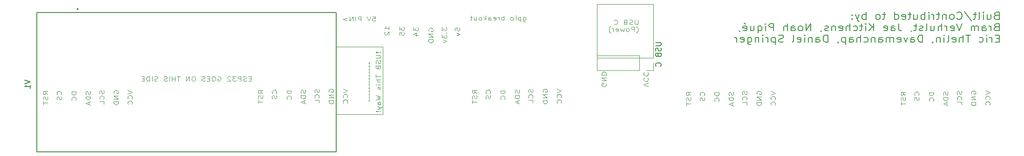
<source format=gbr>
%TF.GenerationSoftware,KiCad,Pcbnew,8.0.5*%
%TF.CreationDate,2024-09-09T18:49:11+02:00*%
%TF.ProjectId,info_orbs,696e666f-5f6f-4726-9273-2e6b69636164,rev?*%
%TF.SameCoordinates,Original*%
%TF.FileFunction,Legend,Bot*%
%TF.FilePolarity,Positive*%
%FSLAX46Y46*%
G04 Gerber Fmt 4.6, Leading zero omitted, Abs format (unit mm)*
G04 Created by KiCad (PCBNEW 8.0.5) date 2024-09-09 18:49:11*
%MOMM*%
%LPD*%
G01*
G04 APERTURE LIST*
%ADD10C,0.100000*%
%ADD11C,0.200000*%
%ADD12C,0.150000*%
%ADD13C,0.120000*%
%ADD14C,0.127000*%
G04 APERTURE END LIST*
D10*
X100245000Y-68050000D02*
X108715000Y-68050000D01*
X108715000Y-80372500D01*
X100245000Y-80372500D01*
X100245000Y-68050000D01*
X147640000Y-60230000D02*
X157880000Y-60230000D01*
X157880000Y-70080000D01*
X147640000Y-70080000D01*
X147640000Y-60230000D01*
X109836895Y-64937693D02*
X109836895Y-64366265D01*
X109836895Y-64651979D02*
X109036895Y-64651979D01*
X109036895Y-64651979D02*
X109151180Y-64556741D01*
X109151180Y-64556741D02*
X109227371Y-64461503D01*
X109227371Y-64461503D02*
X109265466Y-64366265D01*
X109113085Y-65318646D02*
X109074990Y-65366265D01*
X109074990Y-65366265D02*
X109036895Y-65461503D01*
X109036895Y-65461503D02*
X109036895Y-65699598D01*
X109036895Y-65699598D02*
X109074990Y-65794836D01*
X109074990Y-65794836D02*
X109113085Y-65842455D01*
X109113085Y-65842455D02*
X109189276Y-65890074D01*
X109189276Y-65890074D02*
X109265466Y-65890074D01*
X109265466Y-65890074D02*
X109379752Y-65842455D01*
X109379752Y-65842455D02*
X109836895Y-65271027D01*
X109836895Y-65271027D02*
X109836895Y-65890074D01*
X52916895Y-76273884D02*
X52116895Y-76273884D01*
X52116895Y-76273884D02*
X52116895Y-76511979D01*
X52116895Y-76511979D02*
X52154990Y-76654836D01*
X52154990Y-76654836D02*
X52231180Y-76750074D01*
X52231180Y-76750074D02*
X52307371Y-76797693D01*
X52307371Y-76797693D02*
X52459752Y-76845312D01*
X52459752Y-76845312D02*
X52574038Y-76845312D01*
X52574038Y-76845312D02*
X52726419Y-76797693D01*
X52726419Y-76797693D02*
X52802609Y-76750074D01*
X52802609Y-76750074D02*
X52878800Y-76654836D01*
X52878800Y-76654836D02*
X52916895Y-76511979D01*
X52916895Y-76511979D02*
X52916895Y-76273884D01*
X52840704Y-77845312D02*
X52878800Y-77797693D01*
X52878800Y-77797693D02*
X52916895Y-77654836D01*
X52916895Y-77654836D02*
X52916895Y-77559598D01*
X52916895Y-77559598D02*
X52878800Y-77416741D01*
X52878800Y-77416741D02*
X52802609Y-77321503D01*
X52802609Y-77321503D02*
X52726419Y-77273884D01*
X52726419Y-77273884D02*
X52574038Y-77226265D01*
X52574038Y-77226265D02*
X52459752Y-77226265D01*
X52459752Y-77226265D02*
X52307371Y-77273884D01*
X52307371Y-77273884D02*
X52231180Y-77321503D01*
X52231180Y-77321503D02*
X52154990Y-77416741D01*
X52154990Y-77416741D02*
X52116895Y-77559598D01*
X52116895Y-77559598D02*
X52116895Y-77654836D01*
X52116895Y-77654836D02*
X52154990Y-77797693D01*
X52154990Y-77797693D02*
X52193085Y-77845312D01*
X155116115Y-63140985D02*
X155116115Y-63788604D01*
X155116115Y-63788604D02*
X155068496Y-63864794D01*
X155068496Y-63864794D02*
X155020877Y-63902890D01*
X155020877Y-63902890D02*
X154925639Y-63940985D01*
X154925639Y-63940985D02*
X154735163Y-63940985D01*
X154735163Y-63940985D02*
X154639925Y-63902890D01*
X154639925Y-63902890D02*
X154592306Y-63864794D01*
X154592306Y-63864794D02*
X154544687Y-63788604D01*
X154544687Y-63788604D02*
X154544687Y-63140985D01*
X154116115Y-63902890D02*
X153973258Y-63940985D01*
X153973258Y-63940985D02*
X153735163Y-63940985D01*
X153735163Y-63940985D02*
X153639925Y-63902890D01*
X153639925Y-63902890D02*
X153592306Y-63864794D01*
X153592306Y-63864794D02*
X153544687Y-63788604D01*
X153544687Y-63788604D02*
X153544687Y-63712413D01*
X153544687Y-63712413D02*
X153592306Y-63636223D01*
X153592306Y-63636223D02*
X153639925Y-63598128D01*
X153639925Y-63598128D02*
X153735163Y-63560032D01*
X153735163Y-63560032D02*
X153925639Y-63521937D01*
X153925639Y-63521937D02*
X154020877Y-63483842D01*
X154020877Y-63483842D02*
X154068496Y-63445747D01*
X154068496Y-63445747D02*
X154116115Y-63369556D01*
X154116115Y-63369556D02*
X154116115Y-63293366D01*
X154116115Y-63293366D02*
X154068496Y-63217175D01*
X154068496Y-63217175D02*
X154020877Y-63179080D01*
X154020877Y-63179080D02*
X153925639Y-63140985D01*
X153925639Y-63140985D02*
X153687544Y-63140985D01*
X153687544Y-63140985D02*
X153544687Y-63179080D01*
X152782782Y-63521937D02*
X152639925Y-63560032D01*
X152639925Y-63560032D02*
X152592306Y-63598128D01*
X152592306Y-63598128D02*
X152544687Y-63674318D01*
X152544687Y-63674318D02*
X152544687Y-63788604D01*
X152544687Y-63788604D02*
X152592306Y-63864794D01*
X152592306Y-63864794D02*
X152639925Y-63902890D01*
X152639925Y-63902890D02*
X152735163Y-63940985D01*
X152735163Y-63940985D02*
X153116115Y-63940985D01*
X153116115Y-63940985D02*
X153116115Y-63140985D01*
X153116115Y-63140985D02*
X152782782Y-63140985D01*
X152782782Y-63140985D02*
X152687544Y-63179080D01*
X152687544Y-63179080D02*
X152639925Y-63217175D01*
X152639925Y-63217175D02*
X152592306Y-63293366D01*
X152592306Y-63293366D02*
X152592306Y-63369556D01*
X152592306Y-63369556D02*
X152639925Y-63445747D01*
X152639925Y-63445747D02*
X152687544Y-63483842D01*
X152687544Y-63483842D02*
X152782782Y-63521937D01*
X152782782Y-63521937D02*
X153116115Y-63521937D01*
X150782782Y-63864794D02*
X150830401Y-63902890D01*
X150830401Y-63902890D02*
X150973258Y-63940985D01*
X150973258Y-63940985D02*
X151068496Y-63940985D01*
X151068496Y-63940985D02*
X151211353Y-63902890D01*
X151211353Y-63902890D02*
X151306591Y-63826699D01*
X151306591Y-63826699D02*
X151354210Y-63750509D01*
X151354210Y-63750509D02*
X151401829Y-63598128D01*
X151401829Y-63598128D02*
X151401829Y-63483842D01*
X151401829Y-63483842D02*
X151354210Y-63331461D01*
X151354210Y-63331461D02*
X151306591Y-63255270D01*
X151306591Y-63255270D02*
X151211353Y-63179080D01*
X151211353Y-63179080D02*
X151068496Y-63140985D01*
X151068496Y-63140985D02*
X150973258Y-63140985D01*
X150973258Y-63140985D02*
X150830401Y-63179080D01*
X150830401Y-63179080D02*
X150782782Y-63217175D01*
X154830401Y-65533702D02*
X154878020Y-65495606D01*
X154878020Y-65495606D02*
X154973258Y-65381321D01*
X154973258Y-65381321D02*
X155020877Y-65305130D01*
X155020877Y-65305130D02*
X155068496Y-65190845D01*
X155068496Y-65190845D02*
X155116115Y-65000368D01*
X155116115Y-65000368D02*
X155116115Y-64847987D01*
X155116115Y-64847987D02*
X155068496Y-64657511D01*
X155068496Y-64657511D02*
X155020877Y-64543225D01*
X155020877Y-64543225D02*
X154973258Y-64467035D01*
X154973258Y-64467035D02*
X154878020Y-64352749D01*
X154878020Y-64352749D02*
X154830401Y-64314654D01*
X154449448Y-65228940D02*
X154449448Y-64428940D01*
X154449448Y-64428940D02*
X154068496Y-64428940D01*
X154068496Y-64428940D02*
X153973258Y-64467035D01*
X153973258Y-64467035D02*
X153925639Y-64505130D01*
X153925639Y-64505130D02*
X153878020Y-64581321D01*
X153878020Y-64581321D02*
X153878020Y-64695606D01*
X153878020Y-64695606D02*
X153925639Y-64771797D01*
X153925639Y-64771797D02*
X153973258Y-64809892D01*
X153973258Y-64809892D02*
X154068496Y-64847987D01*
X154068496Y-64847987D02*
X154449448Y-64847987D01*
X153306591Y-65228940D02*
X153401829Y-65190845D01*
X153401829Y-65190845D02*
X153449448Y-65152749D01*
X153449448Y-65152749D02*
X153497067Y-65076559D01*
X153497067Y-65076559D02*
X153497067Y-64847987D01*
X153497067Y-64847987D02*
X153449448Y-64771797D01*
X153449448Y-64771797D02*
X153401829Y-64733702D01*
X153401829Y-64733702D02*
X153306591Y-64695606D01*
X153306591Y-64695606D02*
X153163734Y-64695606D01*
X153163734Y-64695606D02*
X153068496Y-64733702D01*
X153068496Y-64733702D02*
X153020877Y-64771797D01*
X153020877Y-64771797D02*
X152973258Y-64847987D01*
X152973258Y-64847987D02*
X152973258Y-65076559D01*
X152973258Y-65076559D02*
X153020877Y-65152749D01*
X153020877Y-65152749D02*
X153068496Y-65190845D01*
X153068496Y-65190845D02*
X153163734Y-65228940D01*
X153163734Y-65228940D02*
X153306591Y-65228940D01*
X152639924Y-64695606D02*
X152449448Y-65228940D01*
X152449448Y-65228940D02*
X152258972Y-64847987D01*
X152258972Y-64847987D02*
X152068496Y-65228940D01*
X152068496Y-65228940D02*
X151878020Y-64695606D01*
X151116115Y-65190845D02*
X151211353Y-65228940D01*
X151211353Y-65228940D02*
X151401829Y-65228940D01*
X151401829Y-65228940D02*
X151497067Y-65190845D01*
X151497067Y-65190845D02*
X151544686Y-65114654D01*
X151544686Y-65114654D02*
X151544686Y-64809892D01*
X151544686Y-64809892D02*
X151497067Y-64733702D01*
X151497067Y-64733702D02*
X151401829Y-64695606D01*
X151401829Y-64695606D02*
X151211353Y-64695606D01*
X151211353Y-64695606D02*
X151116115Y-64733702D01*
X151116115Y-64733702D02*
X151068496Y-64809892D01*
X151068496Y-64809892D02*
X151068496Y-64886083D01*
X151068496Y-64886083D02*
X151544686Y-64962273D01*
X150639924Y-65228940D02*
X150639924Y-64695606D01*
X150639924Y-64847987D02*
X150592305Y-64771797D01*
X150592305Y-64771797D02*
X150544686Y-64733702D01*
X150544686Y-64733702D02*
X150449448Y-64695606D01*
X150449448Y-64695606D02*
X150354210Y-64695606D01*
X150116114Y-65533702D02*
X150068495Y-65495606D01*
X150068495Y-65495606D02*
X149973257Y-65381321D01*
X149973257Y-65381321D02*
X149925638Y-65305130D01*
X149925638Y-65305130D02*
X149878019Y-65190845D01*
X149878019Y-65190845D02*
X149830400Y-65000368D01*
X149830400Y-65000368D02*
X149830400Y-64847987D01*
X149830400Y-64847987D02*
X149878019Y-64657511D01*
X149878019Y-64657511D02*
X149925638Y-64543225D01*
X149925638Y-64543225D02*
X149973257Y-64467035D01*
X149973257Y-64467035D02*
X150068495Y-64352749D01*
X150068495Y-64352749D02*
X150116114Y-64314654D01*
X59834990Y-76547693D02*
X59796895Y-76452455D01*
X59796895Y-76452455D02*
X59796895Y-76309598D01*
X59796895Y-76309598D02*
X59834990Y-76166741D01*
X59834990Y-76166741D02*
X59911180Y-76071503D01*
X59911180Y-76071503D02*
X59987371Y-76023884D01*
X59987371Y-76023884D02*
X60139752Y-75976265D01*
X60139752Y-75976265D02*
X60254038Y-75976265D01*
X60254038Y-75976265D02*
X60406419Y-76023884D01*
X60406419Y-76023884D02*
X60482609Y-76071503D01*
X60482609Y-76071503D02*
X60558800Y-76166741D01*
X60558800Y-76166741D02*
X60596895Y-76309598D01*
X60596895Y-76309598D02*
X60596895Y-76404836D01*
X60596895Y-76404836D02*
X60558800Y-76547693D01*
X60558800Y-76547693D02*
X60520704Y-76595312D01*
X60520704Y-76595312D02*
X60254038Y-76595312D01*
X60254038Y-76595312D02*
X60254038Y-76404836D01*
X60596895Y-77023884D02*
X59796895Y-77023884D01*
X59796895Y-77023884D02*
X60596895Y-77595312D01*
X60596895Y-77595312D02*
X59796895Y-77595312D01*
X60596895Y-78071503D02*
X59796895Y-78071503D01*
X59796895Y-78071503D02*
X59796895Y-78309598D01*
X59796895Y-78309598D02*
X59834990Y-78452455D01*
X59834990Y-78452455D02*
X59911180Y-78547693D01*
X59911180Y-78547693D02*
X59987371Y-78595312D01*
X59987371Y-78595312D02*
X60139752Y-78642931D01*
X60139752Y-78642931D02*
X60254038Y-78642931D01*
X60254038Y-78642931D02*
X60406419Y-78595312D01*
X60406419Y-78595312D02*
X60482609Y-78547693D01*
X60482609Y-78547693D02*
X60558800Y-78452455D01*
X60558800Y-78452455D02*
X60596895Y-78309598D01*
X60596895Y-78309598D02*
X60596895Y-78071503D01*
X106849925Y-62536895D02*
X107326115Y-62536895D01*
X107326115Y-62536895D02*
X107373734Y-62917847D01*
X107373734Y-62917847D02*
X107326115Y-62879752D01*
X107326115Y-62879752D02*
X107230877Y-62841657D01*
X107230877Y-62841657D02*
X106992782Y-62841657D01*
X106992782Y-62841657D02*
X106897544Y-62879752D01*
X106897544Y-62879752D02*
X106849925Y-62917847D01*
X106849925Y-62917847D02*
X106802306Y-62994038D01*
X106802306Y-62994038D02*
X106802306Y-63184514D01*
X106802306Y-63184514D02*
X106849925Y-63260704D01*
X106849925Y-63260704D02*
X106897544Y-63298800D01*
X106897544Y-63298800D02*
X106992782Y-63336895D01*
X106992782Y-63336895D02*
X107230877Y-63336895D01*
X107230877Y-63336895D02*
X107326115Y-63298800D01*
X107326115Y-63298800D02*
X107373734Y-63260704D01*
X106516591Y-62536895D02*
X106183258Y-63336895D01*
X106183258Y-63336895D02*
X105849925Y-62536895D01*
X104754686Y-63336895D02*
X104754686Y-62536895D01*
X104754686Y-62536895D02*
X104373734Y-62536895D01*
X104373734Y-62536895D02*
X104278496Y-62574990D01*
X104278496Y-62574990D02*
X104230877Y-62613085D01*
X104230877Y-62613085D02*
X104183258Y-62689276D01*
X104183258Y-62689276D02*
X104183258Y-62803561D01*
X104183258Y-62803561D02*
X104230877Y-62879752D01*
X104230877Y-62879752D02*
X104278496Y-62917847D01*
X104278496Y-62917847D02*
X104373734Y-62955942D01*
X104373734Y-62955942D02*
X104754686Y-62955942D01*
X103754686Y-63336895D02*
X103754686Y-62536895D01*
X103278496Y-63336895D02*
X103278496Y-62536895D01*
X103278496Y-62536895D02*
X102707068Y-63336895D01*
X102707068Y-63336895D02*
X102707068Y-62536895D01*
X102230877Y-62803561D02*
X101468973Y-63032133D01*
X101468973Y-63032133D02*
X102230877Y-63260704D01*
X137834990Y-76327693D02*
X137796895Y-76232455D01*
X137796895Y-76232455D02*
X137796895Y-76089598D01*
X137796895Y-76089598D02*
X137834990Y-75946741D01*
X137834990Y-75946741D02*
X137911180Y-75851503D01*
X137911180Y-75851503D02*
X137987371Y-75803884D01*
X137987371Y-75803884D02*
X138139752Y-75756265D01*
X138139752Y-75756265D02*
X138254038Y-75756265D01*
X138254038Y-75756265D02*
X138406419Y-75803884D01*
X138406419Y-75803884D02*
X138482609Y-75851503D01*
X138482609Y-75851503D02*
X138558800Y-75946741D01*
X138558800Y-75946741D02*
X138596895Y-76089598D01*
X138596895Y-76089598D02*
X138596895Y-76184836D01*
X138596895Y-76184836D02*
X138558800Y-76327693D01*
X138558800Y-76327693D02*
X138520704Y-76375312D01*
X138520704Y-76375312D02*
X138254038Y-76375312D01*
X138254038Y-76375312D02*
X138254038Y-76184836D01*
X138596895Y-76803884D02*
X137796895Y-76803884D01*
X137796895Y-76803884D02*
X138596895Y-77375312D01*
X138596895Y-77375312D02*
X137796895Y-77375312D01*
X138596895Y-77851503D02*
X137796895Y-77851503D01*
X137796895Y-77851503D02*
X137796895Y-78089598D01*
X137796895Y-78089598D02*
X137834990Y-78232455D01*
X137834990Y-78232455D02*
X137911180Y-78327693D01*
X137911180Y-78327693D02*
X137987371Y-78375312D01*
X137987371Y-78375312D02*
X138139752Y-78422931D01*
X138139752Y-78422931D02*
X138254038Y-78422931D01*
X138254038Y-78422931D02*
X138406419Y-78375312D01*
X138406419Y-78375312D02*
X138482609Y-78327693D01*
X138482609Y-78327693D02*
X138558800Y-78232455D01*
X138558800Y-78232455D02*
X138596895Y-78089598D01*
X138596895Y-78089598D02*
X138596895Y-77851503D01*
X86906895Y-76575312D02*
X86525942Y-76241979D01*
X86906895Y-76003884D02*
X86106895Y-76003884D01*
X86106895Y-76003884D02*
X86106895Y-76384836D01*
X86106895Y-76384836D02*
X86144990Y-76480074D01*
X86144990Y-76480074D02*
X86183085Y-76527693D01*
X86183085Y-76527693D02*
X86259276Y-76575312D01*
X86259276Y-76575312D02*
X86373561Y-76575312D01*
X86373561Y-76575312D02*
X86449752Y-76527693D01*
X86449752Y-76527693D02*
X86487847Y-76480074D01*
X86487847Y-76480074D02*
X86525942Y-76384836D01*
X86525942Y-76384836D02*
X86525942Y-76003884D01*
X86868800Y-76956265D02*
X86906895Y-77099122D01*
X86906895Y-77099122D02*
X86906895Y-77337217D01*
X86906895Y-77337217D02*
X86868800Y-77432455D01*
X86868800Y-77432455D02*
X86830704Y-77480074D01*
X86830704Y-77480074D02*
X86754514Y-77527693D01*
X86754514Y-77527693D02*
X86678323Y-77527693D01*
X86678323Y-77527693D02*
X86602133Y-77480074D01*
X86602133Y-77480074D02*
X86564038Y-77432455D01*
X86564038Y-77432455D02*
X86525942Y-77337217D01*
X86525942Y-77337217D02*
X86487847Y-77146741D01*
X86487847Y-77146741D02*
X86449752Y-77051503D01*
X86449752Y-77051503D02*
X86411657Y-77003884D01*
X86411657Y-77003884D02*
X86335466Y-76956265D01*
X86335466Y-76956265D02*
X86259276Y-76956265D01*
X86259276Y-76956265D02*
X86183085Y-77003884D01*
X86183085Y-77003884D02*
X86144990Y-77051503D01*
X86144990Y-77051503D02*
X86106895Y-77146741D01*
X86106895Y-77146741D02*
X86106895Y-77384836D01*
X86106895Y-77384836D02*
X86144990Y-77527693D01*
X86106895Y-77813408D02*
X86106895Y-78384836D01*
X86906895Y-78099122D02*
X86106895Y-78099122D01*
X164696895Y-76955312D02*
X164315942Y-76621979D01*
X164696895Y-76383884D02*
X163896895Y-76383884D01*
X163896895Y-76383884D02*
X163896895Y-76764836D01*
X163896895Y-76764836D02*
X163934990Y-76860074D01*
X163934990Y-76860074D02*
X163973085Y-76907693D01*
X163973085Y-76907693D02*
X164049276Y-76955312D01*
X164049276Y-76955312D02*
X164163561Y-76955312D01*
X164163561Y-76955312D02*
X164239752Y-76907693D01*
X164239752Y-76907693D02*
X164277847Y-76860074D01*
X164277847Y-76860074D02*
X164315942Y-76764836D01*
X164315942Y-76764836D02*
X164315942Y-76383884D01*
X164658800Y-77336265D02*
X164696895Y-77479122D01*
X164696895Y-77479122D02*
X164696895Y-77717217D01*
X164696895Y-77717217D02*
X164658800Y-77812455D01*
X164658800Y-77812455D02*
X164620704Y-77860074D01*
X164620704Y-77860074D02*
X164544514Y-77907693D01*
X164544514Y-77907693D02*
X164468323Y-77907693D01*
X164468323Y-77907693D02*
X164392133Y-77860074D01*
X164392133Y-77860074D02*
X164354038Y-77812455D01*
X164354038Y-77812455D02*
X164315942Y-77717217D01*
X164315942Y-77717217D02*
X164277847Y-77526741D01*
X164277847Y-77526741D02*
X164239752Y-77431503D01*
X164239752Y-77431503D02*
X164201657Y-77383884D01*
X164201657Y-77383884D02*
X164125466Y-77336265D01*
X164125466Y-77336265D02*
X164049276Y-77336265D01*
X164049276Y-77336265D02*
X163973085Y-77383884D01*
X163973085Y-77383884D02*
X163934990Y-77431503D01*
X163934990Y-77431503D02*
X163896895Y-77526741D01*
X163896895Y-77526741D02*
X163896895Y-77764836D01*
X163896895Y-77764836D02*
X163934990Y-77907693D01*
X163896895Y-78193408D02*
X163896895Y-78764836D01*
X164696895Y-78479122D02*
X163896895Y-78479122D01*
X215764990Y-76677693D02*
X215726895Y-76582455D01*
X215726895Y-76582455D02*
X215726895Y-76439598D01*
X215726895Y-76439598D02*
X215764990Y-76296741D01*
X215764990Y-76296741D02*
X215841180Y-76201503D01*
X215841180Y-76201503D02*
X215917371Y-76153884D01*
X215917371Y-76153884D02*
X216069752Y-76106265D01*
X216069752Y-76106265D02*
X216184038Y-76106265D01*
X216184038Y-76106265D02*
X216336419Y-76153884D01*
X216336419Y-76153884D02*
X216412609Y-76201503D01*
X216412609Y-76201503D02*
X216488800Y-76296741D01*
X216488800Y-76296741D02*
X216526895Y-76439598D01*
X216526895Y-76439598D02*
X216526895Y-76534836D01*
X216526895Y-76534836D02*
X216488800Y-76677693D01*
X216488800Y-76677693D02*
X216450704Y-76725312D01*
X216450704Y-76725312D02*
X216184038Y-76725312D01*
X216184038Y-76725312D02*
X216184038Y-76534836D01*
X216526895Y-77153884D02*
X215726895Y-77153884D01*
X215726895Y-77153884D02*
X216526895Y-77725312D01*
X216526895Y-77725312D02*
X215726895Y-77725312D01*
X216526895Y-78201503D02*
X215726895Y-78201503D01*
X215726895Y-78201503D02*
X215726895Y-78439598D01*
X215726895Y-78439598D02*
X215764990Y-78582455D01*
X215764990Y-78582455D02*
X215841180Y-78677693D01*
X215841180Y-78677693D02*
X215917371Y-78725312D01*
X215917371Y-78725312D02*
X216069752Y-78772931D01*
X216069752Y-78772931D02*
X216184038Y-78772931D01*
X216184038Y-78772931D02*
X216336419Y-78725312D01*
X216336419Y-78725312D02*
X216412609Y-78677693D01*
X216412609Y-78677693D02*
X216488800Y-78582455D01*
X216488800Y-78582455D02*
X216526895Y-78439598D01*
X216526895Y-78439598D02*
X216526895Y-78201503D01*
X114316895Y-64488646D02*
X114316895Y-65107693D01*
X114316895Y-65107693D02*
X114621657Y-64774360D01*
X114621657Y-64774360D02*
X114621657Y-64917217D01*
X114621657Y-64917217D02*
X114659752Y-65012455D01*
X114659752Y-65012455D02*
X114697847Y-65060074D01*
X114697847Y-65060074D02*
X114774038Y-65107693D01*
X114774038Y-65107693D02*
X114964514Y-65107693D01*
X114964514Y-65107693D02*
X115040704Y-65060074D01*
X115040704Y-65060074D02*
X115078800Y-65012455D01*
X115078800Y-65012455D02*
X115116895Y-64917217D01*
X115116895Y-64917217D02*
X115116895Y-64631503D01*
X115116895Y-64631503D02*
X115078800Y-64536265D01*
X115078800Y-64536265D02*
X115040704Y-64488646D01*
X114583561Y-65964836D02*
X115116895Y-65964836D01*
X114278800Y-65726741D02*
X114850228Y-65488646D01*
X114850228Y-65488646D02*
X114850228Y-66107693D01*
X169836895Y-76443884D02*
X169036895Y-76443884D01*
X169036895Y-76443884D02*
X169036895Y-76681979D01*
X169036895Y-76681979D02*
X169074990Y-76824836D01*
X169074990Y-76824836D02*
X169151180Y-76920074D01*
X169151180Y-76920074D02*
X169227371Y-76967693D01*
X169227371Y-76967693D02*
X169379752Y-77015312D01*
X169379752Y-77015312D02*
X169494038Y-77015312D01*
X169494038Y-77015312D02*
X169646419Y-76967693D01*
X169646419Y-76967693D02*
X169722609Y-76920074D01*
X169722609Y-76920074D02*
X169798800Y-76824836D01*
X169798800Y-76824836D02*
X169836895Y-76681979D01*
X169836895Y-76681979D02*
X169836895Y-76443884D01*
X169760704Y-78015312D02*
X169798800Y-77967693D01*
X169798800Y-77967693D02*
X169836895Y-77824836D01*
X169836895Y-77824836D02*
X169836895Y-77729598D01*
X169836895Y-77729598D02*
X169798800Y-77586741D01*
X169798800Y-77586741D02*
X169722609Y-77491503D01*
X169722609Y-77491503D02*
X169646419Y-77443884D01*
X169646419Y-77443884D02*
X169494038Y-77396265D01*
X169494038Y-77396265D02*
X169379752Y-77396265D01*
X169379752Y-77396265D02*
X169227371Y-77443884D01*
X169227371Y-77443884D02*
X169151180Y-77491503D01*
X169151180Y-77491503D02*
X169074990Y-77586741D01*
X169074990Y-77586741D02*
X169036895Y-77729598D01*
X169036895Y-77729598D02*
X169036895Y-77824836D01*
X169036895Y-77824836D02*
X169074990Y-77967693D01*
X169074990Y-77967693D02*
X169113085Y-78015312D01*
X111786895Y-64398646D02*
X111786895Y-65017693D01*
X111786895Y-65017693D02*
X112091657Y-64684360D01*
X112091657Y-64684360D02*
X112091657Y-64827217D01*
X112091657Y-64827217D02*
X112129752Y-64922455D01*
X112129752Y-64922455D02*
X112167847Y-64970074D01*
X112167847Y-64970074D02*
X112244038Y-65017693D01*
X112244038Y-65017693D02*
X112434514Y-65017693D01*
X112434514Y-65017693D02*
X112510704Y-64970074D01*
X112510704Y-64970074D02*
X112548800Y-64922455D01*
X112548800Y-64922455D02*
X112586895Y-64827217D01*
X112586895Y-64827217D02*
X112586895Y-64541503D01*
X112586895Y-64541503D02*
X112548800Y-64446265D01*
X112548800Y-64446265D02*
X112510704Y-64398646D01*
X111786895Y-65922455D02*
X111786895Y-65446265D01*
X111786895Y-65446265D02*
X112167847Y-65398646D01*
X112167847Y-65398646D02*
X112129752Y-65446265D01*
X112129752Y-65446265D02*
X112091657Y-65541503D01*
X112091657Y-65541503D02*
X112091657Y-65779598D01*
X112091657Y-65779598D02*
X112129752Y-65874836D01*
X112129752Y-65874836D02*
X112167847Y-65922455D01*
X112167847Y-65922455D02*
X112244038Y-65970074D01*
X112244038Y-65970074D02*
X112434514Y-65970074D01*
X112434514Y-65970074D02*
X112510704Y-65922455D01*
X112510704Y-65922455D02*
X112548800Y-65874836D01*
X112548800Y-65874836D02*
X112586895Y-65779598D01*
X112586895Y-65779598D02*
X112586895Y-65541503D01*
X112586895Y-65541503D02*
X112548800Y-65446265D01*
X112548800Y-65446265D02*
X112510704Y-65398646D01*
X156963104Y-75318972D02*
X156163104Y-74985639D01*
X156163104Y-74985639D02*
X156963104Y-74652306D01*
X156239295Y-73747544D02*
X156201200Y-73795163D01*
X156201200Y-73795163D02*
X156163104Y-73938020D01*
X156163104Y-73938020D02*
X156163104Y-74033258D01*
X156163104Y-74033258D02*
X156201200Y-74176115D01*
X156201200Y-74176115D02*
X156277390Y-74271353D01*
X156277390Y-74271353D02*
X156353580Y-74318972D01*
X156353580Y-74318972D02*
X156505961Y-74366591D01*
X156505961Y-74366591D02*
X156620247Y-74366591D01*
X156620247Y-74366591D02*
X156772628Y-74318972D01*
X156772628Y-74318972D02*
X156848819Y-74271353D01*
X156848819Y-74271353D02*
X156925009Y-74176115D01*
X156925009Y-74176115D02*
X156963104Y-74033258D01*
X156963104Y-74033258D02*
X156963104Y-73938020D01*
X156963104Y-73938020D02*
X156925009Y-73795163D01*
X156925009Y-73795163D02*
X156886914Y-73747544D01*
X156239295Y-72747544D02*
X156201200Y-72795163D01*
X156201200Y-72795163D02*
X156163104Y-72938020D01*
X156163104Y-72938020D02*
X156163104Y-73033258D01*
X156163104Y-73033258D02*
X156201200Y-73176115D01*
X156201200Y-73176115D02*
X156277390Y-73271353D01*
X156277390Y-73271353D02*
X156353580Y-73318972D01*
X156353580Y-73318972D02*
X156505961Y-73366591D01*
X156505961Y-73366591D02*
X156620247Y-73366591D01*
X156620247Y-73366591D02*
X156772628Y-73318972D01*
X156772628Y-73318972D02*
X156848819Y-73271353D01*
X156848819Y-73271353D02*
X156925009Y-73176115D01*
X156925009Y-73176115D02*
X156963104Y-73033258D01*
X156963104Y-73033258D02*
X156963104Y-72938020D01*
X156963104Y-72938020D02*
X156925009Y-72795163D01*
X156925009Y-72795163D02*
X156886914Y-72747544D01*
X57958800Y-76036265D02*
X57996895Y-76179122D01*
X57996895Y-76179122D02*
X57996895Y-76417217D01*
X57996895Y-76417217D02*
X57958800Y-76512455D01*
X57958800Y-76512455D02*
X57920704Y-76560074D01*
X57920704Y-76560074D02*
X57844514Y-76607693D01*
X57844514Y-76607693D02*
X57768323Y-76607693D01*
X57768323Y-76607693D02*
X57692133Y-76560074D01*
X57692133Y-76560074D02*
X57654038Y-76512455D01*
X57654038Y-76512455D02*
X57615942Y-76417217D01*
X57615942Y-76417217D02*
X57577847Y-76226741D01*
X57577847Y-76226741D02*
X57539752Y-76131503D01*
X57539752Y-76131503D02*
X57501657Y-76083884D01*
X57501657Y-76083884D02*
X57425466Y-76036265D01*
X57425466Y-76036265D02*
X57349276Y-76036265D01*
X57349276Y-76036265D02*
X57273085Y-76083884D01*
X57273085Y-76083884D02*
X57234990Y-76131503D01*
X57234990Y-76131503D02*
X57196895Y-76226741D01*
X57196895Y-76226741D02*
X57196895Y-76464836D01*
X57196895Y-76464836D02*
X57234990Y-76607693D01*
X57920704Y-77607693D02*
X57958800Y-77560074D01*
X57958800Y-77560074D02*
X57996895Y-77417217D01*
X57996895Y-77417217D02*
X57996895Y-77321979D01*
X57996895Y-77321979D02*
X57958800Y-77179122D01*
X57958800Y-77179122D02*
X57882609Y-77083884D01*
X57882609Y-77083884D02*
X57806419Y-77036265D01*
X57806419Y-77036265D02*
X57654038Y-76988646D01*
X57654038Y-76988646D02*
X57539752Y-76988646D01*
X57539752Y-76988646D02*
X57387371Y-77036265D01*
X57387371Y-77036265D02*
X57311180Y-77083884D01*
X57311180Y-77083884D02*
X57234990Y-77179122D01*
X57234990Y-77179122D02*
X57196895Y-77321979D01*
X57196895Y-77321979D02*
X57196895Y-77417217D01*
X57196895Y-77417217D02*
X57234990Y-77560074D01*
X57234990Y-77560074D02*
X57273085Y-77607693D01*
X57996895Y-78512455D02*
X57996895Y-78036265D01*
X57996895Y-78036265D02*
X57196895Y-78036265D01*
X97088800Y-75826265D02*
X97126895Y-75969122D01*
X97126895Y-75969122D02*
X97126895Y-76207217D01*
X97126895Y-76207217D02*
X97088800Y-76302455D01*
X97088800Y-76302455D02*
X97050704Y-76350074D01*
X97050704Y-76350074D02*
X96974514Y-76397693D01*
X96974514Y-76397693D02*
X96898323Y-76397693D01*
X96898323Y-76397693D02*
X96822133Y-76350074D01*
X96822133Y-76350074D02*
X96784038Y-76302455D01*
X96784038Y-76302455D02*
X96745942Y-76207217D01*
X96745942Y-76207217D02*
X96707847Y-76016741D01*
X96707847Y-76016741D02*
X96669752Y-75921503D01*
X96669752Y-75921503D02*
X96631657Y-75873884D01*
X96631657Y-75873884D02*
X96555466Y-75826265D01*
X96555466Y-75826265D02*
X96479276Y-75826265D01*
X96479276Y-75826265D02*
X96403085Y-75873884D01*
X96403085Y-75873884D02*
X96364990Y-75921503D01*
X96364990Y-75921503D02*
X96326895Y-76016741D01*
X96326895Y-76016741D02*
X96326895Y-76254836D01*
X96326895Y-76254836D02*
X96364990Y-76397693D01*
X97050704Y-77397693D02*
X97088800Y-77350074D01*
X97088800Y-77350074D02*
X97126895Y-77207217D01*
X97126895Y-77207217D02*
X97126895Y-77111979D01*
X97126895Y-77111979D02*
X97088800Y-76969122D01*
X97088800Y-76969122D02*
X97012609Y-76873884D01*
X97012609Y-76873884D02*
X96936419Y-76826265D01*
X96936419Y-76826265D02*
X96784038Y-76778646D01*
X96784038Y-76778646D02*
X96669752Y-76778646D01*
X96669752Y-76778646D02*
X96517371Y-76826265D01*
X96517371Y-76826265D02*
X96441180Y-76873884D01*
X96441180Y-76873884D02*
X96364990Y-76969122D01*
X96364990Y-76969122D02*
X96326895Y-77111979D01*
X96326895Y-77111979D02*
X96326895Y-77207217D01*
X96326895Y-77207217D02*
X96364990Y-77350074D01*
X96364990Y-77350074D02*
X96403085Y-77397693D01*
X97126895Y-78302455D02*
X97126895Y-77826265D01*
X97126895Y-77826265D02*
X96326895Y-77826265D01*
X140346895Y-75761027D02*
X141146895Y-76094360D01*
X141146895Y-76094360D02*
X140346895Y-76427693D01*
X141070704Y-77332455D02*
X141108800Y-77284836D01*
X141108800Y-77284836D02*
X141146895Y-77141979D01*
X141146895Y-77141979D02*
X141146895Y-77046741D01*
X141146895Y-77046741D02*
X141108800Y-76903884D01*
X141108800Y-76903884D02*
X141032609Y-76808646D01*
X141032609Y-76808646D02*
X140956419Y-76761027D01*
X140956419Y-76761027D02*
X140804038Y-76713408D01*
X140804038Y-76713408D02*
X140689752Y-76713408D01*
X140689752Y-76713408D02*
X140537371Y-76761027D01*
X140537371Y-76761027D02*
X140461180Y-76808646D01*
X140461180Y-76808646D02*
X140384990Y-76903884D01*
X140384990Y-76903884D02*
X140346895Y-77046741D01*
X140346895Y-77046741D02*
X140346895Y-77141979D01*
X140346895Y-77141979D02*
X140384990Y-77284836D01*
X140384990Y-77284836D02*
X140423085Y-77332455D01*
X141070704Y-78332455D02*
X141108800Y-78284836D01*
X141108800Y-78284836D02*
X141146895Y-78141979D01*
X141146895Y-78141979D02*
X141146895Y-78046741D01*
X141146895Y-78046741D02*
X141108800Y-77903884D01*
X141108800Y-77903884D02*
X141032609Y-77808646D01*
X141032609Y-77808646D02*
X140956419Y-77761027D01*
X140956419Y-77761027D02*
X140804038Y-77713408D01*
X140804038Y-77713408D02*
X140689752Y-77713408D01*
X140689752Y-77713408D02*
X140537371Y-77761027D01*
X140537371Y-77761027D02*
X140461180Y-77808646D01*
X140461180Y-77808646D02*
X140384990Y-77903884D01*
X140384990Y-77903884D02*
X140346895Y-78046741D01*
X140346895Y-78046741D02*
X140346895Y-78141979D01*
X140346895Y-78141979D02*
X140384990Y-78284836D01*
X140384990Y-78284836D02*
X140423085Y-78332455D01*
X218276895Y-76111027D02*
X219076895Y-76444360D01*
X219076895Y-76444360D02*
X218276895Y-76777693D01*
X219000704Y-77682455D02*
X219038800Y-77634836D01*
X219038800Y-77634836D02*
X219076895Y-77491979D01*
X219076895Y-77491979D02*
X219076895Y-77396741D01*
X219076895Y-77396741D02*
X219038800Y-77253884D01*
X219038800Y-77253884D02*
X218962609Y-77158646D01*
X218962609Y-77158646D02*
X218886419Y-77111027D01*
X218886419Y-77111027D02*
X218734038Y-77063408D01*
X218734038Y-77063408D02*
X218619752Y-77063408D01*
X218619752Y-77063408D02*
X218467371Y-77111027D01*
X218467371Y-77111027D02*
X218391180Y-77158646D01*
X218391180Y-77158646D02*
X218314990Y-77253884D01*
X218314990Y-77253884D02*
X218276895Y-77396741D01*
X218276895Y-77396741D02*
X218276895Y-77491979D01*
X218276895Y-77491979D02*
X218314990Y-77634836D01*
X218314990Y-77634836D02*
X218353085Y-77682455D01*
X219000704Y-78682455D02*
X219038800Y-78634836D01*
X219038800Y-78634836D02*
X219076895Y-78491979D01*
X219076895Y-78491979D02*
X219076895Y-78396741D01*
X219076895Y-78396741D02*
X219038800Y-78253884D01*
X219038800Y-78253884D02*
X218962609Y-78158646D01*
X218962609Y-78158646D02*
X218886419Y-78111027D01*
X218886419Y-78111027D02*
X218734038Y-78063408D01*
X218734038Y-78063408D02*
X218619752Y-78063408D01*
X218619752Y-78063408D02*
X218467371Y-78111027D01*
X218467371Y-78111027D02*
X218391180Y-78158646D01*
X218391180Y-78158646D02*
X218314990Y-78253884D01*
X218314990Y-78253884D02*
X218276895Y-78396741D01*
X218276895Y-78396741D02*
X218276895Y-78491979D01*
X218276895Y-78491979D02*
X218314990Y-78634836D01*
X218314990Y-78634836D02*
X218353085Y-78682455D01*
X149285009Y-74742306D02*
X149323104Y-74837544D01*
X149323104Y-74837544D02*
X149323104Y-74980401D01*
X149323104Y-74980401D02*
X149285009Y-75123258D01*
X149285009Y-75123258D02*
X149208819Y-75218496D01*
X149208819Y-75218496D02*
X149132628Y-75266115D01*
X149132628Y-75266115D02*
X148980247Y-75313734D01*
X148980247Y-75313734D02*
X148865961Y-75313734D01*
X148865961Y-75313734D02*
X148713580Y-75266115D01*
X148713580Y-75266115D02*
X148637390Y-75218496D01*
X148637390Y-75218496D02*
X148561200Y-75123258D01*
X148561200Y-75123258D02*
X148523104Y-74980401D01*
X148523104Y-74980401D02*
X148523104Y-74885163D01*
X148523104Y-74885163D02*
X148561200Y-74742306D01*
X148561200Y-74742306D02*
X148599295Y-74694687D01*
X148599295Y-74694687D02*
X148865961Y-74694687D01*
X148865961Y-74694687D02*
X148865961Y-74885163D01*
X148523104Y-74266115D02*
X149323104Y-74266115D01*
X149323104Y-74266115D02*
X148523104Y-73694687D01*
X148523104Y-73694687D02*
X149323104Y-73694687D01*
X148523104Y-73218496D02*
X149323104Y-73218496D01*
X149323104Y-73218496D02*
X149323104Y-72980401D01*
X149323104Y-72980401D02*
X149285009Y-72837544D01*
X149285009Y-72837544D02*
X149208819Y-72742306D01*
X149208819Y-72742306D02*
X149132628Y-72694687D01*
X149132628Y-72694687D02*
X148980247Y-72647068D01*
X148980247Y-72647068D02*
X148865961Y-72647068D01*
X148865961Y-72647068D02*
X148713580Y-72694687D01*
X148713580Y-72694687D02*
X148637390Y-72742306D01*
X148637390Y-72742306D02*
X148561200Y-72837544D01*
X148561200Y-72837544D02*
X148523104Y-72980401D01*
X148523104Y-72980401D02*
X148523104Y-73218496D01*
X172398800Y-76336265D02*
X172436895Y-76479122D01*
X172436895Y-76479122D02*
X172436895Y-76717217D01*
X172436895Y-76717217D02*
X172398800Y-76812455D01*
X172398800Y-76812455D02*
X172360704Y-76860074D01*
X172360704Y-76860074D02*
X172284514Y-76907693D01*
X172284514Y-76907693D02*
X172208323Y-76907693D01*
X172208323Y-76907693D02*
X172132133Y-76860074D01*
X172132133Y-76860074D02*
X172094038Y-76812455D01*
X172094038Y-76812455D02*
X172055942Y-76717217D01*
X172055942Y-76717217D02*
X172017847Y-76526741D01*
X172017847Y-76526741D02*
X171979752Y-76431503D01*
X171979752Y-76431503D02*
X171941657Y-76383884D01*
X171941657Y-76383884D02*
X171865466Y-76336265D01*
X171865466Y-76336265D02*
X171789276Y-76336265D01*
X171789276Y-76336265D02*
X171713085Y-76383884D01*
X171713085Y-76383884D02*
X171674990Y-76431503D01*
X171674990Y-76431503D02*
X171636895Y-76526741D01*
X171636895Y-76526741D02*
X171636895Y-76764836D01*
X171636895Y-76764836D02*
X171674990Y-76907693D01*
X172436895Y-77336265D02*
X171636895Y-77336265D01*
X171636895Y-77336265D02*
X171636895Y-77574360D01*
X171636895Y-77574360D02*
X171674990Y-77717217D01*
X171674990Y-77717217D02*
X171751180Y-77812455D01*
X171751180Y-77812455D02*
X171827371Y-77860074D01*
X171827371Y-77860074D02*
X171979752Y-77907693D01*
X171979752Y-77907693D02*
X172094038Y-77907693D01*
X172094038Y-77907693D02*
X172246419Y-77860074D01*
X172246419Y-77860074D02*
X172322609Y-77812455D01*
X172322609Y-77812455D02*
X172398800Y-77717217D01*
X172398800Y-77717217D02*
X172436895Y-77574360D01*
X172436895Y-77574360D02*
X172436895Y-77336265D01*
X172208323Y-78288646D02*
X172208323Y-78764836D01*
X172436895Y-78193408D02*
X171636895Y-78526741D01*
X171636895Y-78526741D02*
X172436895Y-78860074D01*
X128180704Y-76565312D02*
X128218800Y-76517693D01*
X128218800Y-76517693D02*
X128256895Y-76374836D01*
X128256895Y-76374836D02*
X128256895Y-76279598D01*
X128256895Y-76279598D02*
X128218800Y-76136741D01*
X128218800Y-76136741D02*
X128142609Y-76041503D01*
X128142609Y-76041503D02*
X128066419Y-75993884D01*
X128066419Y-75993884D02*
X127914038Y-75946265D01*
X127914038Y-75946265D02*
X127799752Y-75946265D01*
X127799752Y-75946265D02*
X127647371Y-75993884D01*
X127647371Y-75993884D02*
X127571180Y-76041503D01*
X127571180Y-76041503D02*
X127494990Y-76136741D01*
X127494990Y-76136741D02*
X127456895Y-76279598D01*
X127456895Y-76279598D02*
X127456895Y-76374836D01*
X127456895Y-76374836D02*
X127494990Y-76517693D01*
X127494990Y-76517693D02*
X127533085Y-76565312D01*
X128218800Y-76946265D02*
X128256895Y-77089122D01*
X128256895Y-77089122D02*
X128256895Y-77327217D01*
X128256895Y-77327217D02*
X128218800Y-77422455D01*
X128218800Y-77422455D02*
X128180704Y-77470074D01*
X128180704Y-77470074D02*
X128104514Y-77517693D01*
X128104514Y-77517693D02*
X128028323Y-77517693D01*
X128028323Y-77517693D02*
X127952133Y-77470074D01*
X127952133Y-77470074D02*
X127914038Y-77422455D01*
X127914038Y-77422455D02*
X127875942Y-77327217D01*
X127875942Y-77327217D02*
X127837847Y-77136741D01*
X127837847Y-77136741D02*
X127799752Y-77041503D01*
X127799752Y-77041503D02*
X127761657Y-76993884D01*
X127761657Y-76993884D02*
X127685466Y-76946265D01*
X127685466Y-76946265D02*
X127609276Y-76946265D01*
X127609276Y-76946265D02*
X127533085Y-76993884D01*
X127533085Y-76993884D02*
X127494990Y-77041503D01*
X127494990Y-77041503D02*
X127456895Y-77136741D01*
X127456895Y-77136741D02*
X127456895Y-77374836D01*
X127456895Y-77374836D02*
X127494990Y-77517693D01*
X94608800Y-75956265D02*
X94646895Y-76099122D01*
X94646895Y-76099122D02*
X94646895Y-76337217D01*
X94646895Y-76337217D02*
X94608800Y-76432455D01*
X94608800Y-76432455D02*
X94570704Y-76480074D01*
X94570704Y-76480074D02*
X94494514Y-76527693D01*
X94494514Y-76527693D02*
X94418323Y-76527693D01*
X94418323Y-76527693D02*
X94342133Y-76480074D01*
X94342133Y-76480074D02*
X94304038Y-76432455D01*
X94304038Y-76432455D02*
X94265942Y-76337217D01*
X94265942Y-76337217D02*
X94227847Y-76146741D01*
X94227847Y-76146741D02*
X94189752Y-76051503D01*
X94189752Y-76051503D02*
X94151657Y-76003884D01*
X94151657Y-76003884D02*
X94075466Y-75956265D01*
X94075466Y-75956265D02*
X93999276Y-75956265D01*
X93999276Y-75956265D02*
X93923085Y-76003884D01*
X93923085Y-76003884D02*
X93884990Y-76051503D01*
X93884990Y-76051503D02*
X93846895Y-76146741D01*
X93846895Y-76146741D02*
X93846895Y-76384836D01*
X93846895Y-76384836D02*
X93884990Y-76527693D01*
X94646895Y-76956265D02*
X93846895Y-76956265D01*
X93846895Y-76956265D02*
X93846895Y-77194360D01*
X93846895Y-77194360D02*
X93884990Y-77337217D01*
X93884990Y-77337217D02*
X93961180Y-77432455D01*
X93961180Y-77432455D02*
X94037371Y-77480074D01*
X94037371Y-77480074D02*
X94189752Y-77527693D01*
X94189752Y-77527693D02*
X94304038Y-77527693D01*
X94304038Y-77527693D02*
X94456419Y-77480074D01*
X94456419Y-77480074D02*
X94532609Y-77432455D01*
X94532609Y-77432455D02*
X94608800Y-77337217D01*
X94608800Y-77337217D02*
X94646895Y-77194360D01*
X94646895Y-77194360D02*
X94646895Y-76956265D01*
X94418323Y-77908646D02*
X94418323Y-78384836D01*
X94646895Y-77813408D02*
X93846895Y-78146741D01*
X93846895Y-78146741D02*
X94646895Y-78480074D01*
X130916895Y-76053884D02*
X130116895Y-76053884D01*
X130116895Y-76053884D02*
X130116895Y-76291979D01*
X130116895Y-76291979D02*
X130154990Y-76434836D01*
X130154990Y-76434836D02*
X130231180Y-76530074D01*
X130231180Y-76530074D02*
X130307371Y-76577693D01*
X130307371Y-76577693D02*
X130459752Y-76625312D01*
X130459752Y-76625312D02*
X130574038Y-76625312D01*
X130574038Y-76625312D02*
X130726419Y-76577693D01*
X130726419Y-76577693D02*
X130802609Y-76530074D01*
X130802609Y-76530074D02*
X130878800Y-76434836D01*
X130878800Y-76434836D02*
X130916895Y-76291979D01*
X130916895Y-76291979D02*
X130916895Y-76053884D01*
X130840704Y-77625312D02*
X130878800Y-77577693D01*
X130878800Y-77577693D02*
X130916895Y-77434836D01*
X130916895Y-77434836D02*
X130916895Y-77339598D01*
X130916895Y-77339598D02*
X130878800Y-77196741D01*
X130878800Y-77196741D02*
X130802609Y-77101503D01*
X130802609Y-77101503D02*
X130726419Y-77053884D01*
X130726419Y-77053884D02*
X130574038Y-77006265D01*
X130574038Y-77006265D02*
X130459752Y-77006265D01*
X130459752Y-77006265D02*
X130307371Y-77053884D01*
X130307371Y-77053884D02*
X130231180Y-77101503D01*
X130231180Y-77101503D02*
X130154990Y-77196741D01*
X130154990Y-77196741D02*
X130116895Y-77339598D01*
X130116895Y-77339598D02*
X130116895Y-77434836D01*
X130116895Y-77434836D02*
X130154990Y-77577693D01*
X130154990Y-77577693D02*
X130193085Y-77625312D01*
X213888800Y-76166265D02*
X213926895Y-76309122D01*
X213926895Y-76309122D02*
X213926895Y-76547217D01*
X213926895Y-76547217D02*
X213888800Y-76642455D01*
X213888800Y-76642455D02*
X213850704Y-76690074D01*
X213850704Y-76690074D02*
X213774514Y-76737693D01*
X213774514Y-76737693D02*
X213698323Y-76737693D01*
X213698323Y-76737693D02*
X213622133Y-76690074D01*
X213622133Y-76690074D02*
X213584038Y-76642455D01*
X213584038Y-76642455D02*
X213545942Y-76547217D01*
X213545942Y-76547217D02*
X213507847Y-76356741D01*
X213507847Y-76356741D02*
X213469752Y-76261503D01*
X213469752Y-76261503D02*
X213431657Y-76213884D01*
X213431657Y-76213884D02*
X213355466Y-76166265D01*
X213355466Y-76166265D02*
X213279276Y-76166265D01*
X213279276Y-76166265D02*
X213203085Y-76213884D01*
X213203085Y-76213884D02*
X213164990Y-76261503D01*
X213164990Y-76261503D02*
X213126895Y-76356741D01*
X213126895Y-76356741D02*
X213126895Y-76594836D01*
X213126895Y-76594836D02*
X213164990Y-76737693D01*
X213850704Y-77737693D02*
X213888800Y-77690074D01*
X213888800Y-77690074D02*
X213926895Y-77547217D01*
X213926895Y-77547217D02*
X213926895Y-77451979D01*
X213926895Y-77451979D02*
X213888800Y-77309122D01*
X213888800Y-77309122D02*
X213812609Y-77213884D01*
X213812609Y-77213884D02*
X213736419Y-77166265D01*
X213736419Y-77166265D02*
X213584038Y-77118646D01*
X213584038Y-77118646D02*
X213469752Y-77118646D01*
X213469752Y-77118646D02*
X213317371Y-77166265D01*
X213317371Y-77166265D02*
X213241180Y-77213884D01*
X213241180Y-77213884D02*
X213164990Y-77309122D01*
X213164990Y-77309122D02*
X213126895Y-77451979D01*
X213126895Y-77451979D02*
X213126895Y-77547217D01*
X213126895Y-77547217D02*
X213164990Y-77690074D01*
X213164990Y-77690074D02*
X213203085Y-77737693D01*
X213926895Y-78642455D02*
X213926895Y-78166265D01*
X213926895Y-78166265D02*
X213126895Y-78166265D01*
X62346895Y-75981027D02*
X63146895Y-76314360D01*
X63146895Y-76314360D02*
X62346895Y-76647693D01*
X63070704Y-77552455D02*
X63108800Y-77504836D01*
X63108800Y-77504836D02*
X63146895Y-77361979D01*
X63146895Y-77361979D02*
X63146895Y-77266741D01*
X63146895Y-77266741D02*
X63108800Y-77123884D01*
X63108800Y-77123884D02*
X63032609Y-77028646D01*
X63032609Y-77028646D02*
X62956419Y-76981027D01*
X62956419Y-76981027D02*
X62804038Y-76933408D01*
X62804038Y-76933408D02*
X62689752Y-76933408D01*
X62689752Y-76933408D02*
X62537371Y-76981027D01*
X62537371Y-76981027D02*
X62461180Y-77028646D01*
X62461180Y-77028646D02*
X62384990Y-77123884D01*
X62384990Y-77123884D02*
X62346895Y-77266741D01*
X62346895Y-77266741D02*
X62346895Y-77361979D01*
X62346895Y-77361979D02*
X62384990Y-77504836D01*
X62384990Y-77504836D02*
X62423085Y-77552455D01*
X63070704Y-78552455D02*
X63108800Y-78504836D01*
X63108800Y-78504836D02*
X63146895Y-78361979D01*
X63146895Y-78361979D02*
X63146895Y-78266741D01*
X63146895Y-78266741D02*
X63108800Y-78123884D01*
X63108800Y-78123884D02*
X63032609Y-78028646D01*
X63032609Y-78028646D02*
X62956419Y-77981027D01*
X62956419Y-77981027D02*
X62804038Y-77933408D01*
X62804038Y-77933408D02*
X62689752Y-77933408D01*
X62689752Y-77933408D02*
X62537371Y-77981027D01*
X62537371Y-77981027D02*
X62461180Y-78028646D01*
X62461180Y-78028646D02*
X62384990Y-78123884D01*
X62384990Y-78123884D02*
X62346895Y-78266741D01*
X62346895Y-78266741D02*
X62346895Y-78361979D01*
X62346895Y-78361979D02*
X62384990Y-78504836D01*
X62384990Y-78504836D02*
X62423085Y-78552455D01*
X89310704Y-76575312D02*
X89348800Y-76527693D01*
X89348800Y-76527693D02*
X89386895Y-76384836D01*
X89386895Y-76384836D02*
X89386895Y-76289598D01*
X89386895Y-76289598D02*
X89348800Y-76146741D01*
X89348800Y-76146741D02*
X89272609Y-76051503D01*
X89272609Y-76051503D02*
X89196419Y-76003884D01*
X89196419Y-76003884D02*
X89044038Y-75956265D01*
X89044038Y-75956265D02*
X88929752Y-75956265D01*
X88929752Y-75956265D02*
X88777371Y-76003884D01*
X88777371Y-76003884D02*
X88701180Y-76051503D01*
X88701180Y-76051503D02*
X88624990Y-76146741D01*
X88624990Y-76146741D02*
X88586895Y-76289598D01*
X88586895Y-76289598D02*
X88586895Y-76384836D01*
X88586895Y-76384836D02*
X88624990Y-76527693D01*
X88624990Y-76527693D02*
X88663085Y-76575312D01*
X89348800Y-76956265D02*
X89386895Y-77099122D01*
X89386895Y-77099122D02*
X89386895Y-77337217D01*
X89386895Y-77337217D02*
X89348800Y-77432455D01*
X89348800Y-77432455D02*
X89310704Y-77480074D01*
X89310704Y-77480074D02*
X89234514Y-77527693D01*
X89234514Y-77527693D02*
X89158323Y-77527693D01*
X89158323Y-77527693D02*
X89082133Y-77480074D01*
X89082133Y-77480074D02*
X89044038Y-77432455D01*
X89044038Y-77432455D02*
X89005942Y-77337217D01*
X89005942Y-77337217D02*
X88967847Y-77146741D01*
X88967847Y-77146741D02*
X88929752Y-77051503D01*
X88929752Y-77051503D02*
X88891657Y-77003884D01*
X88891657Y-77003884D02*
X88815466Y-76956265D01*
X88815466Y-76956265D02*
X88739276Y-76956265D01*
X88739276Y-76956265D02*
X88663085Y-77003884D01*
X88663085Y-77003884D02*
X88624990Y-77051503D01*
X88624990Y-77051503D02*
X88586895Y-77146741D01*
X88586895Y-77146741D02*
X88586895Y-77384836D01*
X88586895Y-77384836D02*
X88624990Y-77527693D01*
X135958800Y-75816265D02*
X135996895Y-75959122D01*
X135996895Y-75959122D02*
X135996895Y-76197217D01*
X135996895Y-76197217D02*
X135958800Y-76292455D01*
X135958800Y-76292455D02*
X135920704Y-76340074D01*
X135920704Y-76340074D02*
X135844514Y-76387693D01*
X135844514Y-76387693D02*
X135768323Y-76387693D01*
X135768323Y-76387693D02*
X135692133Y-76340074D01*
X135692133Y-76340074D02*
X135654038Y-76292455D01*
X135654038Y-76292455D02*
X135615942Y-76197217D01*
X135615942Y-76197217D02*
X135577847Y-76006741D01*
X135577847Y-76006741D02*
X135539752Y-75911503D01*
X135539752Y-75911503D02*
X135501657Y-75863884D01*
X135501657Y-75863884D02*
X135425466Y-75816265D01*
X135425466Y-75816265D02*
X135349276Y-75816265D01*
X135349276Y-75816265D02*
X135273085Y-75863884D01*
X135273085Y-75863884D02*
X135234990Y-75911503D01*
X135234990Y-75911503D02*
X135196895Y-76006741D01*
X135196895Y-76006741D02*
X135196895Y-76244836D01*
X135196895Y-76244836D02*
X135234990Y-76387693D01*
X135920704Y-77387693D02*
X135958800Y-77340074D01*
X135958800Y-77340074D02*
X135996895Y-77197217D01*
X135996895Y-77197217D02*
X135996895Y-77101979D01*
X135996895Y-77101979D02*
X135958800Y-76959122D01*
X135958800Y-76959122D02*
X135882609Y-76863884D01*
X135882609Y-76863884D02*
X135806419Y-76816265D01*
X135806419Y-76816265D02*
X135654038Y-76768646D01*
X135654038Y-76768646D02*
X135539752Y-76768646D01*
X135539752Y-76768646D02*
X135387371Y-76816265D01*
X135387371Y-76816265D02*
X135311180Y-76863884D01*
X135311180Y-76863884D02*
X135234990Y-76959122D01*
X135234990Y-76959122D02*
X135196895Y-77101979D01*
X135196895Y-77101979D02*
X135196895Y-77197217D01*
X135196895Y-77197217D02*
X135234990Y-77340074D01*
X135234990Y-77340074D02*
X135273085Y-77387693D01*
X135996895Y-78292455D02*
X135996895Y-77816265D01*
X135996895Y-77816265D02*
X135196895Y-77816265D01*
X206110704Y-76915312D02*
X206148800Y-76867693D01*
X206148800Y-76867693D02*
X206186895Y-76724836D01*
X206186895Y-76724836D02*
X206186895Y-76629598D01*
X206186895Y-76629598D02*
X206148800Y-76486741D01*
X206148800Y-76486741D02*
X206072609Y-76391503D01*
X206072609Y-76391503D02*
X205996419Y-76343884D01*
X205996419Y-76343884D02*
X205844038Y-76296265D01*
X205844038Y-76296265D02*
X205729752Y-76296265D01*
X205729752Y-76296265D02*
X205577371Y-76343884D01*
X205577371Y-76343884D02*
X205501180Y-76391503D01*
X205501180Y-76391503D02*
X205424990Y-76486741D01*
X205424990Y-76486741D02*
X205386895Y-76629598D01*
X205386895Y-76629598D02*
X205386895Y-76724836D01*
X205386895Y-76724836D02*
X205424990Y-76867693D01*
X205424990Y-76867693D02*
X205463085Y-76915312D01*
X206148800Y-77296265D02*
X206186895Y-77439122D01*
X206186895Y-77439122D02*
X206186895Y-77677217D01*
X206186895Y-77677217D02*
X206148800Y-77772455D01*
X206148800Y-77772455D02*
X206110704Y-77820074D01*
X206110704Y-77820074D02*
X206034514Y-77867693D01*
X206034514Y-77867693D02*
X205958323Y-77867693D01*
X205958323Y-77867693D02*
X205882133Y-77820074D01*
X205882133Y-77820074D02*
X205844038Y-77772455D01*
X205844038Y-77772455D02*
X205805942Y-77677217D01*
X205805942Y-77677217D02*
X205767847Y-77486741D01*
X205767847Y-77486741D02*
X205729752Y-77391503D01*
X205729752Y-77391503D02*
X205691657Y-77343884D01*
X205691657Y-77343884D02*
X205615466Y-77296265D01*
X205615466Y-77296265D02*
X205539276Y-77296265D01*
X205539276Y-77296265D02*
X205463085Y-77343884D01*
X205463085Y-77343884D02*
X205424990Y-77391503D01*
X205424990Y-77391503D02*
X205386895Y-77486741D01*
X205386895Y-77486741D02*
X205386895Y-77724836D01*
X205386895Y-77724836D02*
X205424990Y-77867693D01*
X101476895Y-75771027D02*
X102276895Y-76104360D01*
X102276895Y-76104360D02*
X101476895Y-76437693D01*
X102200704Y-77342455D02*
X102238800Y-77294836D01*
X102238800Y-77294836D02*
X102276895Y-77151979D01*
X102276895Y-77151979D02*
X102276895Y-77056741D01*
X102276895Y-77056741D02*
X102238800Y-76913884D01*
X102238800Y-76913884D02*
X102162609Y-76818646D01*
X102162609Y-76818646D02*
X102086419Y-76771027D01*
X102086419Y-76771027D02*
X101934038Y-76723408D01*
X101934038Y-76723408D02*
X101819752Y-76723408D01*
X101819752Y-76723408D02*
X101667371Y-76771027D01*
X101667371Y-76771027D02*
X101591180Y-76818646D01*
X101591180Y-76818646D02*
X101514990Y-76913884D01*
X101514990Y-76913884D02*
X101476895Y-77056741D01*
X101476895Y-77056741D02*
X101476895Y-77151979D01*
X101476895Y-77151979D02*
X101514990Y-77294836D01*
X101514990Y-77294836D02*
X101553085Y-77342455D01*
X102200704Y-78342455D02*
X102238800Y-78294836D01*
X102238800Y-78294836D02*
X102276895Y-78151979D01*
X102276895Y-78151979D02*
X102276895Y-78056741D01*
X102276895Y-78056741D02*
X102238800Y-77913884D01*
X102238800Y-77913884D02*
X102162609Y-77818646D01*
X102162609Y-77818646D02*
X102086419Y-77771027D01*
X102086419Y-77771027D02*
X101934038Y-77723408D01*
X101934038Y-77723408D02*
X101819752Y-77723408D01*
X101819752Y-77723408D02*
X101667371Y-77771027D01*
X101667371Y-77771027D02*
X101591180Y-77818646D01*
X101591180Y-77818646D02*
X101514990Y-77913884D01*
X101514990Y-77913884D02*
X101476895Y-78056741D01*
X101476895Y-78056741D02*
X101476895Y-78151979D01*
X101476895Y-78151979D02*
X101514990Y-78294836D01*
X101514990Y-78294836D02*
X101553085Y-78342455D01*
D11*
X220271279Y-62333698D02*
X220056993Y-62395603D01*
X220056993Y-62395603D02*
X219985564Y-62457507D01*
X219985564Y-62457507D02*
X219914136Y-62581317D01*
X219914136Y-62581317D02*
X219914136Y-62767031D01*
X219914136Y-62767031D02*
X219985564Y-62890841D01*
X219985564Y-62890841D02*
X220056993Y-62952746D01*
X220056993Y-62952746D02*
X220199850Y-63014650D01*
X220199850Y-63014650D02*
X220771279Y-63014650D01*
X220771279Y-63014650D02*
X220771279Y-61714650D01*
X220771279Y-61714650D02*
X220271279Y-61714650D01*
X220271279Y-61714650D02*
X220128422Y-61776555D01*
X220128422Y-61776555D02*
X220056993Y-61838460D01*
X220056993Y-61838460D02*
X219985564Y-61962269D01*
X219985564Y-61962269D02*
X219985564Y-62086079D01*
X219985564Y-62086079D02*
X220056993Y-62209888D01*
X220056993Y-62209888D02*
X220128422Y-62271793D01*
X220128422Y-62271793D02*
X220271279Y-62333698D01*
X220271279Y-62333698D02*
X220771279Y-62333698D01*
X218628422Y-62147984D02*
X218628422Y-63014650D01*
X219271279Y-62147984D02*
X219271279Y-62828936D01*
X219271279Y-62828936D02*
X219199850Y-62952746D01*
X219199850Y-62952746D02*
X219056993Y-63014650D01*
X219056993Y-63014650D02*
X218842707Y-63014650D01*
X218842707Y-63014650D02*
X218699850Y-62952746D01*
X218699850Y-62952746D02*
X218628422Y-62890841D01*
X217914136Y-63014650D02*
X217914136Y-62147984D01*
X217914136Y-61714650D02*
X217985564Y-61776555D01*
X217985564Y-61776555D02*
X217914136Y-61838460D01*
X217914136Y-61838460D02*
X217842707Y-61776555D01*
X217842707Y-61776555D02*
X217914136Y-61714650D01*
X217914136Y-61714650D02*
X217914136Y-61838460D01*
X216985564Y-63014650D02*
X217128421Y-62952746D01*
X217128421Y-62952746D02*
X217199850Y-62828936D01*
X217199850Y-62828936D02*
X217199850Y-61714650D01*
X216628421Y-62147984D02*
X216056993Y-62147984D01*
X216414136Y-61714650D02*
X216414136Y-62828936D01*
X216414136Y-62828936D02*
X216342707Y-62952746D01*
X216342707Y-62952746D02*
X216199850Y-63014650D01*
X216199850Y-63014650D02*
X216056993Y-63014650D01*
X214485564Y-61652746D02*
X215771278Y-63324174D01*
X213128421Y-62890841D02*
X213199849Y-62952746D01*
X213199849Y-62952746D02*
X213414135Y-63014650D01*
X213414135Y-63014650D02*
X213556992Y-63014650D01*
X213556992Y-63014650D02*
X213771278Y-62952746D01*
X213771278Y-62952746D02*
X213914135Y-62828936D01*
X213914135Y-62828936D02*
X213985564Y-62705126D01*
X213985564Y-62705126D02*
X214056992Y-62457507D01*
X214056992Y-62457507D02*
X214056992Y-62271793D01*
X214056992Y-62271793D02*
X213985564Y-62024174D01*
X213985564Y-62024174D02*
X213914135Y-61900365D01*
X213914135Y-61900365D02*
X213771278Y-61776555D01*
X213771278Y-61776555D02*
X213556992Y-61714650D01*
X213556992Y-61714650D02*
X213414135Y-61714650D01*
X213414135Y-61714650D02*
X213199849Y-61776555D01*
X213199849Y-61776555D02*
X213128421Y-61838460D01*
X212271278Y-63014650D02*
X212414135Y-62952746D01*
X212414135Y-62952746D02*
X212485564Y-62890841D01*
X212485564Y-62890841D02*
X212556992Y-62767031D01*
X212556992Y-62767031D02*
X212556992Y-62395603D01*
X212556992Y-62395603D02*
X212485564Y-62271793D01*
X212485564Y-62271793D02*
X212414135Y-62209888D01*
X212414135Y-62209888D02*
X212271278Y-62147984D01*
X212271278Y-62147984D02*
X212056992Y-62147984D01*
X212056992Y-62147984D02*
X211914135Y-62209888D01*
X211914135Y-62209888D02*
X211842707Y-62271793D01*
X211842707Y-62271793D02*
X211771278Y-62395603D01*
X211771278Y-62395603D02*
X211771278Y-62767031D01*
X211771278Y-62767031D02*
X211842707Y-62890841D01*
X211842707Y-62890841D02*
X211914135Y-62952746D01*
X211914135Y-62952746D02*
X212056992Y-63014650D01*
X212056992Y-63014650D02*
X212271278Y-63014650D01*
X211128421Y-62147984D02*
X211128421Y-63014650D01*
X211128421Y-62271793D02*
X211056992Y-62209888D01*
X211056992Y-62209888D02*
X210914135Y-62147984D01*
X210914135Y-62147984D02*
X210699849Y-62147984D01*
X210699849Y-62147984D02*
X210556992Y-62209888D01*
X210556992Y-62209888D02*
X210485564Y-62333698D01*
X210485564Y-62333698D02*
X210485564Y-63014650D01*
X209985563Y-62147984D02*
X209414135Y-62147984D01*
X209771278Y-61714650D02*
X209771278Y-62828936D01*
X209771278Y-62828936D02*
X209699849Y-62952746D01*
X209699849Y-62952746D02*
X209556992Y-63014650D01*
X209556992Y-63014650D02*
X209414135Y-63014650D01*
X208914135Y-63014650D02*
X208914135Y-62147984D01*
X208914135Y-62395603D02*
X208842706Y-62271793D01*
X208842706Y-62271793D02*
X208771278Y-62209888D01*
X208771278Y-62209888D02*
X208628420Y-62147984D01*
X208628420Y-62147984D02*
X208485563Y-62147984D01*
X207985564Y-63014650D02*
X207985564Y-62147984D01*
X207985564Y-61714650D02*
X208056992Y-61776555D01*
X208056992Y-61776555D02*
X207985564Y-61838460D01*
X207985564Y-61838460D02*
X207914135Y-61776555D01*
X207914135Y-61776555D02*
X207985564Y-61714650D01*
X207985564Y-61714650D02*
X207985564Y-61838460D01*
X207271278Y-63014650D02*
X207271278Y-61714650D01*
X207271278Y-62209888D02*
X207128421Y-62147984D01*
X207128421Y-62147984D02*
X206842706Y-62147984D01*
X206842706Y-62147984D02*
X206699849Y-62209888D01*
X206699849Y-62209888D02*
X206628421Y-62271793D01*
X206628421Y-62271793D02*
X206556992Y-62395603D01*
X206556992Y-62395603D02*
X206556992Y-62767031D01*
X206556992Y-62767031D02*
X206628421Y-62890841D01*
X206628421Y-62890841D02*
X206699849Y-62952746D01*
X206699849Y-62952746D02*
X206842706Y-63014650D01*
X206842706Y-63014650D02*
X207128421Y-63014650D01*
X207128421Y-63014650D02*
X207271278Y-62952746D01*
X205271278Y-62147984D02*
X205271278Y-63014650D01*
X205914135Y-62147984D02*
X205914135Y-62828936D01*
X205914135Y-62828936D02*
X205842706Y-62952746D01*
X205842706Y-62952746D02*
X205699849Y-63014650D01*
X205699849Y-63014650D02*
X205485563Y-63014650D01*
X205485563Y-63014650D02*
X205342706Y-62952746D01*
X205342706Y-62952746D02*
X205271278Y-62890841D01*
X204771277Y-62147984D02*
X204199849Y-62147984D01*
X204556992Y-61714650D02*
X204556992Y-62828936D01*
X204556992Y-62828936D02*
X204485563Y-62952746D01*
X204485563Y-62952746D02*
X204342706Y-63014650D01*
X204342706Y-63014650D02*
X204199849Y-63014650D01*
X203128420Y-62952746D02*
X203271277Y-63014650D01*
X203271277Y-63014650D02*
X203556992Y-63014650D01*
X203556992Y-63014650D02*
X203699849Y-62952746D01*
X203699849Y-62952746D02*
X203771277Y-62828936D01*
X203771277Y-62828936D02*
X203771277Y-62333698D01*
X203771277Y-62333698D02*
X203699849Y-62209888D01*
X203699849Y-62209888D02*
X203556992Y-62147984D01*
X203556992Y-62147984D02*
X203271277Y-62147984D01*
X203271277Y-62147984D02*
X203128420Y-62209888D01*
X203128420Y-62209888D02*
X203056992Y-62333698D01*
X203056992Y-62333698D02*
X203056992Y-62457507D01*
X203056992Y-62457507D02*
X203771277Y-62581317D01*
X201771278Y-63014650D02*
X201771278Y-61714650D01*
X201771278Y-62952746D02*
X201914135Y-63014650D01*
X201914135Y-63014650D02*
X202199849Y-63014650D01*
X202199849Y-63014650D02*
X202342706Y-62952746D01*
X202342706Y-62952746D02*
X202414135Y-62890841D01*
X202414135Y-62890841D02*
X202485563Y-62767031D01*
X202485563Y-62767031D02*
X202485563Y-62395603D01*
X202485563Y-62395603D02*
X202414135Y-62271793D01*
X202414135Y-62271793D02*
X202342706Y-62209888D01*
X202342706Y-62209888D02*
X202199849Y-62147984D01*
X202199849Y-62147984D02*
X201914135Y-62147984D01*
X201914135Y-62147984D02*
X201771278Y-62209888D01*
X200128420Y-62147984D02*
X199556992Y-62147984D01*
X199914135Y-61714650D02*
X199914135Y-62828936D01*
X199914135Y-62828936D02*
X199842706Y-62952746D01*
X199842706Y-62952746D02*
X199699849Y-63014650D01*
X199699849Y-63014650D02*
X199556992Y-63014650D01*
X198842706Y-63014650D02*
X198985563Y-62952746D01*
X198985563Y-62952746D02*
X199056992Y-62890841D01*
X199056992Y-62890841D02*
X199128420Y-62767031D01*
X199128420Y-62767031D02*
X199128420Y-62395603D01*
X199128420Y-62395603D02*
X199056992Y-62271793D01*
X199056992Y-62271793D02*
X198985563Y-62209888D01*
X198985563Y-62209888D02*
X198842706Y-62147984D01*
X198842706Y-62147984D02*
X198628420Y-62147984D01*
X198628420Y-62147984D02*
X198485563Y-62209888D01*
X198485563Y-62209888D02*
X198414135Y-62271793D01*
X198414135Y-62271793D02*
X198342706Y-62395603D01*
X198342706Y-62395603D02*
X198342706Y-62767031D01*
X198342706Y-62767031D02*
X198414135Y-62890841D01*
X198414135Y-62890841D02*
X198485563Y-62952746D01*
X198485563Y-62952746D02*
X198628420Y-63014650D01*
X198628420Y-63014650D02*
X198842706Y-63014650D01*
X196556992Y-63014650D02*
X196556992Y-61714650D01*
X196556992Y-62209888D02*
X196414135Y-62147984D01*
X196414135Y-62147984D02*
X196128420Y-62147984D01*
X196128420Y-62147984D02*
X195985563Y-62209888D01*
X195985563Y-62209888D02*
X195914135Y-62271793D01*
X195914135Y-62271793D02*
X195842706Y-62395603D01*
X195842706Y-62395603D02*
X195842706Y-62767031D01*
X195842706Y-62767031D02*
X195914135Y-62890841D01*
X195914135Y-62890841D02*
X195985563Y-62952746D01*
X195985563Y-62952746D02*
X196128420Y-63014650D01*
X196128420Y-63014650D02*
X196414135Y-63014650D01*
X196414135Y-63014650D02*
X196556992Y-62952746D01*
X195342706Y-62147984D02*
X194985563Y-63014650D01*
X194628420Y-62147984D02*
X194985563Y-63014650D01*
X194985563Y-63014650D02*
X195128420Y-63324174D01*
X195128420Y-63324174D02*
X195199849Y-63386079D01*
X195199849Y-63386079D02*
X195342706Y-63447984D01*
X194056992Y-62890841D02*
X193985563Y-62952746D01*
X193985563Y-62952746D02*
X194056992Y-63014650D01*
X194056992Y-63014650D02*
X194128420Y-62952746D01*
X194128420Y-62952746D02*
X194056992Y-62890841D01*
X194056992Y-62890841D02*
X194056992Y-63014650D01*
X194056992Y-62209888D02*
X193985563Y-62271793D01*
X193985563Y-62271793D02*
X194056992Y-62333698D01*
X194056992Y-62333698D02*
X194128420Y-62271793D01*
X194128420Y-62271793D02*
X194056992Y-62209888D01*
X194056992Y-62209888D02*
X194056992Y-62333698D01*
X220271279Y-64426625D02*
X220056993Y-64488530D01*
X220056993Y-64488530D02*
X219985564Y-64550434D01*
X219985564Y-64550434D02*
X219914136Y-64674244D01*
X219914136Y-64674244D02*
X219914136Y-64859958D01*
X219914136Y-64859958D02*
X219985564Y-64983768D01*
X219985564Y-64983768D02*
X220056993Y-65045673D01*
X220056993Y-65045673D02*
X220199850Y-65107577D01*
X220199850Y-65107577D02*
X220771279Y-65107577D01*
X220771279Y-65107577D02*
X220771279Y-63807577D01*
X220771279Y-63807577D02*
X220271279Y-63807577D01*
X220271279Y-63807577D02*
X220128422Y-63869482D01*
X220128422Y-63869482D02*
X220056993Y-63931387D01*
X220056993Y-63931387D02*
X219985564Y-64055196D01*
X219985564Y-64055196D02*
X219985564Y-64179006D01*
X219985564Y-64179006D02*
X220056993Y-64302815D01*
X220056993Y-64302815D02*
X220128422Y-64364720D01*
X220128422Y-64364720D02*
X220271279Y-64426625D01*
X220271279Y-64426625D02*
X220771279Y-64426625D01*
X219271279Y-65107577D02*
X219271279Y-64240911D01*
X219271279Y-64488530D02*
X219199850Y-64364720D01*
X219199850Y-64364720D02*
X219128422Y-64302815D01*
X219128422Y-64302815D02*
X218985564Y-64240911D01*
X218985564Y-64240911D02*
X218842707Y-64240911D01*
X217699851Y-65107577D02*
X217699851Y-64426625D01*
X217699851Y-64426625D02*
X217771279Y-64302815D01*
X217771279Y-64302815D02*
X217914136Y-64240911D01*
X217914136Y-64240911D02*
X218199851Y-64240911D01*
X218199851Y-64240911D02*
X218342708Y-64302815D01*
X217699851Y-65045673D02*
X217842708Y-65107577D01*
X217842708Y-65107577D02*
X218199851Y-65107577D01*
X218199851Y-65107577D02*
X218342708Y-65045673D01*
X218342708Y-65045673D02*
X218414136Y-64921863D01*
X218414136Y-64921863D02*
X218414136Y-64798053D01*
X218414136Y-64798053D02*
X218342708Y-64674244D01*
X218342708Y-64674244D02*
X218199851Y-64612339D01*
X218199851Y-64612339D02*
X217842708Y-64612339D01*
X217842708Y-64612339D02*
X217699851Y-64550434D01*
X216985565Y-65107577D02*
X216985565Y-64240911D01*
X216985565Y-64364720D02*
X216914136Y-64302815D01*
X216914136Y-64302815D02*
X216771279Y-64240911D01*
X216771279Y-64240911D02*
X216556993Y-64240911D01*
X216556993Y-64240911D02*
X216414136Y-64302815D01*
X216414136Y-64302815D02*
X216342708Y-64426625D01*
X216342708Y-64426625D02*
X216342708Y-65107577D01*
X216342708Y-64426625D02*
X216271279Y-64302815D01*
X216271279Y-64302815D02*
X216128422Y-64240911D01*
X216128422Y-64240911D02*
X215914136Y-64240911D01*
X215914136Y-64240911D02*
X215771279Y-64302815D01*
X215771279Y-64302815D02*
X215699850Y-64426625D01*
X215699850Y-64426625D02*
X215699850Y-65107577D01*
X214056993Y-63807577D02*
X213556993Y-65107577D01*
X213556993Y-65107577D02*
X213056993Y-63807577D01*
X211985565Y-65045673D02*
X212128422Y-65107577D01*
X212128422Y-65107577D02*
X212414137Y-65107577D01*
X212414137Y-65107577D02*
X212556994Y-65045673D01*
X212556994Y-65045673D02*
X212628422Y-64921863D01*
X212628422Y-64921863D02*
X212628422Y-64426625D01*
X212628422Y-64426625D02*
X212556994Y-64302815D01*
X212556994Y-64302815D02*
X212414137Y-64240911D01*
X212414137Y-64240911D02*
X212128422Y-64240911D01*
X212128422Y-64240911D02*
X211985565Y-64302815D01*
X211985565Y-64302815D02*
X211914137Y-64426625D01*
X211914137Y-64426625D02*
X211914137Y-64550434D01*
X211914137Y-64550434D02*
X212628422Y-64674244D01*
X211271280Y-65107577D02*
X211271280Y-64240911D01*
X211271280Y-64488530D02*
X211199851Y-64364720D01*
X211199851Y-64364720D02*
X211128423Y-64302815D01*
X211128423Y-64302815D02*
X210985565Y-64240911D01*
X210985565Y-64240911D02*
X210842708Y-64240911D01*
X210342709Y-65107577D02*
X210342709Y-63807577D01*
X209699852Y-65107577D02*
X209699852Y-64426625D01*
X209699852Y-64426625D02*
X209771280Y-64302815D01*
X209771280Y-64302815D02*
X209914137Y-64240911D01*
X209914137Y-64240911D02*
X210128423Y-64240911D01*
X210128423Y-64240911D02*
X210271280Y-64302815D01*
X210271280Y-64302815D02*
X210342709Y-64364720D01*
X208342709Y-64240911D02*
X208342709Y-65107577D01*
X208985566Y-64240911D02*
X208985566Y-64921863D01*
X208985566Y-64921863D02*
X208914137Y-65045673D01*
X208914137Y-65045673D02*
X208771280Y-65107577D01*
X208771280Y-65107577D02*
X208556994Y-65107577D01*
X208556994Y-65107577D02*
X208414137Y-65045673D01*
X208414137Y-65045673D02*
X208342709Y-64983768D01*
X207414137Y-65107577D02*
X207556994Y-65045673D01*
X207556994Y-65045673D02*
X207628423Y-64921863D01*
X207628423Y-64921863D02*
X207628423Y-63807577D01*
X206914137Y-65045673D02*
X206771280Y-65107577D01*
X206771280Y-65107577D02*
X206485566Y-65107577D01*
X206485566Y-65107577D02*
X206342709Y-65045673D01*
X206342709Y-65045673D02*
X206271280Y-64921863D01*
X206271280Y-64921863D02*
X206271280Y-64859958D01*
X206271280Y-64859958D02*
X206342709Y-64736149D01*
X206342709Y-64736149D02*
X206485566Y-64674244D01*
X206485566Y-64674244D02*
X206699852Y-64674244D01*
X206699852Y-64674244D02*
X206842709Y-64612339D01*
X206842709Y-64612339D02*
X206914137Y-64488530D01*
X206914137Y-64488530D02*
X206914137Y-64426625D01*
X206914137Y-64426625D02*
X206842709Y-64302815D01*
X206842709Y-64302815D02*
X206699852Y-64240911D01*
X206699852Y-64240911D02*
X206485566Y-64240911D01*
X206485566Y-64240911D02*
X206342709Y-64302815D01*
X205842708Y-64240911D02*
X205271280Y-64240911D01*
X205628423Y-63807577D02*
X205628423Y-64921863D01*
X205628423Y-64921863D02*
X205556994Y-65045673D01*
X205556994Y-65045673D02*
X205414137Y-65107577D01*
X205414137Y-65107577D02*
X205271280Y-65107577D01*
X204699851Y-65045673D02*
X204699851Y-65107577D01*
X204699851Y-65107577D02*
X204771280Y-65231387D01*
X204771280Y-65231387D02*
X204842708Y-65293292D01*
X202485565Y-63807577D02*
X202485565Y-64736149D01*
X202485565Y-64736149D02*
X202556994Y-64921863D01*
X202556994Y-64921863D02*
X202699851Y-65045673D01*
X202699851Y-65045673D02*
X202914137Y-65107577D01*
X202914137Y-65107577D02*
X203056994Y-65107577D01*
X201128423Y-65107577D02*
X201128423Y-64426625D01*
X201128423Y-64426625D02*
X201199851Y-64302815D01*
X201199851Y-64302815D02*
X201342708Y-64240911D01*
X201342708Y-64240911D02*
X201628423Y-64240911D01*
X201628423Y-64240911D02*
X201771280Y-64302815D01*
X201128423Y-65045673D02*
X201271280Y-65107577D01*
X201271280Y-65107577D02*
X201628423Y-65107577D01*
X201628423Y-65107577D02*
X201771280Y-65045673D01*
X201771280Y-65045673D02*
X201842708Y-64921863D01*
X201842708Y-64921863D02*
X201842708Y-64798053D01*
X201842708Y-64798053D02*
X201771280Y-64674244D01*
X201771280Y-64674244D02*
X201628423Y-64612339D01*
X201628423Y-64612339D02*
X201271280Y-64612339D01*
X201271280Y-64612339D02*
X201128423Y-64550434D01*
X199842708Y-65045673D02*
X199985565Y-65107577D01*
X199985565Y-65107577D02*
X200271280Y-65107577D01*
X200271280Y-65107577D02*
X200414137Y-65045673D01*
X200414137Y-65045673D02*
X200485565Y-64921863D01*
X200485565Y-64921863D02*
X200485565Y-64426625D01*
X200485565Y-64426625D02*
X200414137Y-64302815D01*
X200414137Y-64302815D02*
X200271280Y-64240911D01*
X200271280Y-64240911D02*
X199985565Y-64240911D01*
X199985565Y-64240911D02*
X199842708Y-64302815D01*
X199842708Y-64302815D02*
X199771280Y-64426625D01*
X199771280Y-64426625D02*
X199771280Y-64550434D01*
X199771280Y-64550434D02*
X200485565Y-64674244D01*
X197985566Y-65107577D02*
X197985566Y-63807577D01*
X197128423Y-65107577D02*
X197771280Y-64364720D01*
X197128423Y-63807577D02*
X197985566Y-64550434D01*
X196485566Y-65107577D02*
X196485566Y-64240911D01*
X196485566Y-63807577D02*
X196556994Y-63869482D01*
X196556994Y-63869482D02*
X196485566Y-63931387D01*
X196485566Y-63931387D02*
X196414137Y-63869482D01*
X196414137Y-63869482D02*
X196485566Y-63807577D01*
X196485566Y-63807577D02*
X196485566Y-63931387D01*
X195985565Y-64240911D02*
X195414137Y-64240911D01*
X195771280Y-63807577D02*
X195771280Y-64921863D01*
X195771280Y-64921863D02*
X195699851Y-65045673D01*
X195699851Y-65045673D02*
X195556994Y-65107577D01*
X195556994Y-65107577D02*
X195414137Y-65107577D01*
X194271280Y-65045673D02*
X194414137Y-65107577D01*
X194414137Y-65107577D02*
X194699851Y-65107577D01*
X194699851Y-65107577D02*
X194842708Y-65045673D01*
X194842708Y-65045673D02*
X194914137Y-64983768D01*
X194914137Y-64983768D02*
X194985565Y-64859958D01*
X194985565Y-64859958D02*
X194985565Y-64488530D01*
X194985565Y-64488530D02*
X194914137Y-64364720D01*
X194914137Y-64364720D02*
X194842708Y-64302815D01*
X194842708Y-64302815D02*
X194699851Y-64240911D01*
X194699851Y-64240911D02*
X194414137Y-64240911D01*
X194414137Y-64240911D02*
X194271280Y-64302815D01*
X193628423Y-65107577D02*
X193628423Y-63807577D01*
X192985566Y-65107577D02*
X192985566Y-64426625D01*
X192985566Y-64426625D02*
X193056994Y-64302815D01*
X193056994Y-64302815D02*
X193199851Y-64240911D01*
X193199851Y-64240911D02*
X193414137Y-64240911D01*
X193414137Y-64240911D02*
X193556994Y-64302815D01*
X193556994Y-64302815D02*
X193628423Y-64364720D01*
X191699851Y-65045673D02*
X191842708Y-65107577D01*
X191842708Y-65107577D02*
X192128423Y-65107577D01*
X192128423Y-65107577D02*
X192271280Y-65045673D01*
X192271280Y-65045673D02*
X192342708Y-64921863D01*
X192342708Y-64921863D02*
X192342708Y-64426625D01*
X192342708Y-64426625D02*
X192271280Y-64302815D01*
X192271280Y-64302815D02*
X192128423Y-64240911D01*
X192128423Y-64240911D02*
X191842708Y-64240911D01*
X191842708Y-64240911D02*
X191699851Y-64302815D01*
X191699851Y-64302815D02*
X191628423Y-64426625D01*
X191628423Y-64426625D02*
X191628423Y-64550434D01*
X191628423Y-64550434D02*
X192342708Y-64674244D01*
X190985566Y-64240911D02*
X190985566Y-65107577D01*
X190985566Y-64364720D02*
X190914137Y-64302815D01*
X190914137Y-64302815D02*
X190771280Y-64240911D01*
X190771280Y-64240911D02*
X190556994Y-64240911D01*
X190556994Y-64240911D02*
X190414137Y-64302815D01*
X190414137Y-64302815D02*
X190342709Y-64426625D01*
X190342709Y-64426625D02*
X190342709Y-65107577D01*
X189699851Y-65045673D02*
X189556994Y-65107577D01*
X189556994Y-65107577D02*
X189271280Y-65107577D01*
X189271280Y-65107577D02*
X189128423Y-65045673D01*
X189128423Y-65045673D02*
X189056994Y-64921863D01*
X189056994Y-64921863D02*
X189056994Y-64859958D01*
X189056994Y-64859958D02*
X189128423Y-64736149D01*
X189128423Y-64736149D02*
X189271280Y-64674244D01*
X189271280Y-64674244D02*
X189485566Y-64674244D01*
X189485566Y-64674244D02*
X189628423Y-64612339D01*
X189628423Y-64612339D02*
X189699851Y-64488530D01*
X189699851Y-64488530D02*
X189699851Y-64426625D01*
X189699851Y-64426625D02*
X189628423Y-64302815D01*
X189628423Y-64302815D02*
X189485566Y-64240911D01*
X189485566Y-64240911D02*
X189271280Y-64240911D01*
X189271280Y-64240911D02*
X189128423Y-64302815D01*
X188342708Y-65045673D02*
X188342708Y-65107577D01*
X188342708Y-65107577D02*
X188414137Y-65231387D01*
X188414137Y-65231387D02*
X188485565Y-65293292D01*
X186556994Y-65107577D02*
X186556994Y-63807577D01*
X186556994Y-63807577D02*
X185699851Y-65107577D01*
X185699851Y-65107577D02*
X185699851Y-63807577D01*
X184771279Y-65107577D02*
X184914136Y-65045673D01*
X184914136Y-65045673D02*
X184985565Y-64983768D01*
X184985565Y-64983768D02*
X185056993Y-64859958D01*
X185056993Y-64859958D02*
X185056993Y-64488530D01*
X185056993Y-64488530D02*
X184985565Y-64364720D01*
X184985565Y-64364720D02*
X184914136Y-64302815D01*
X184914136Y-64302815D02*
X184771279Y-64240911D01*
X184771279Y-64240911D02*
X184556993Y-64240911D01*
X184556993Y-64240911D02*
X184414136Y-64302815D01*
X184414136Y-64302815D02*
X184342708Y-64364720D01*
X184342708Y-64364720D02*
X184271279Y-64488530D01*
X184271279Y-64488530D02*
X184271279Y-64859958D01*
X184271279Y-64859958D02*
X184342708Y-64983768D01*
X184342708Y-64983768D02*
X184414136Y-65045673D01*
X184414136Y-65045673D02*
X184556993Y-65107577D01*
X184556993Y-65107577D02*
X184771279Y-65107577D01*
X182985565Y-65107577D02*
X182985565Y-64426625D01*
X182985565Y-64426625D02*
X183056993Y-64302815D01*
X183056993Y-64302815D02*
X183199850Y-64240911D01*
X183199850Y-64240911D02*
X183485565Y-64240911D01*
X183485565Y-64240911D02*
X183628422Y-64302815D01*
X182985565Y-65045673D02*
X183128422Y-65107577D01*
X183128422Y-65107577D02*
X183485565Y-65107577D01*
X183485565Y-65107577D02*
X183628422Y-65045673D01*
X183628422Y-65045673D02*
X183699850Y-64921863D01*
X183699850Y-64921863D02*
X183699850Y-64798053D01*
X183699850Y-64798053D02*
X183628422Y-64674244D01*
X183628422Y-64674244D02*
X183485565Y-64612339D01*
X183485565Y-64612339D02*
X183128422Y-64612339D01*
X183128422Y-64612339D02*
X182985565Y-64550434D01*
X182271279Y-65107577D02*
X182271279Y-63807577D01*
X181628422Y-65107577D02*
X181628422Y-64426625D01*
X181628422Y-64426625D02*
X181699850Y-64302815D01*
X181699850Y-64302815D02*
X181842707Y-64240911D01*
X181842707Y-64240911D02*
X182056993Y-64240911D01*
X182056993Y-64240911D02*
X182199850Y-64302815D01*
X182199850Y-64302815D02*
X182271279Y-64364720D01*
X179771279Y-65107577D02*
X179771279Y-63807577D01*
X179771279Y-63807577D02*
X179199850Y-63807577D01*
X179199850Y-63807577D02*
X179056993Y-63869482D01*
X179056993Y-63869482D02*
X178985564Y-63931387D01*
X178985564Y-63931387D02*
X178914136Y-64055196D01*
X178914136Y-64055196D02*
X178914136Y-64240911D01*
X178914136Y-64240911D02*
X178985564Y-64364720D01*
X178985564Y-64364720D02*
X179056993Y-64426625D01*
X179056993Y-64426625D02*
X179199850Y-64488530D01*
X179199850Y-64488530D02*
X179771279Y-64488530D01*
X178271279Y-65107577D02*
X178271279Y-64240911D01*
X178271279Y-63807577D02*
X178342707Y-63869482D01*
X178342707Y-63869482D02*
X178271279Y-63931387D01*
X178271279Y-63931387D02*
X178199850Y-63869482D01*
X178199850Y-63869482D02*
X178271279Y-63807577D01*
X178271279Y-63807577D02*
X178271279Y-63931387D01*
X176914136Y-64240911D02*
X176914136Y-65540911D01*
X176914136Y-65045673D02*
X177056993Y-65107577D01*
X177056993Y-65107577D02*
X177342707Y-65107577D01*
X177342707Y-65107577D02*
X177485564Y-65045673D01*
X177485564Y-65045673D02*
X177556993Y-64983768D01*
X177556993Y-64983768D02*
X177628421Y-64859958D01*
X177628421Y-64859958D02*
X177628421Y-64488530D01*
X177628421Y-64488530D02*
X177556993Y-64364720D01*
X177556993Y-64364720D02*
X177485564Y-64302815D01*
X177485564Y-64302815D02*
X177342707Y-64240911D01*
X177342707Y-64240911D02*
X177056993Y-64240911D01*
X177056993Y-64240911D02*
X176914136Y-64302815D01*
X175556993Y-64240911D02*
X175556993Y-65107577D01*
X176199850Y-64240911D02*
X176199850Y-64921863D01*
X176199850Y-64921863D02*
X176128421Y-65045673D01*
X176128421Y-65045673D02*
X175985564Y-65107577D01*
X175985564Y-65107577D02*
X175771278Y-65107577D01*
X175771278Y-65107577D02*
X175628421Y-65045673D01*
X175628421Y-65045673D02*
X175556993Y-64983768D01*
X174271278Y-65045673D02*
X174414135Y-65107577D01*
X174414135Y-65107577D02*
X174699850Y-65107577D01*
X174699850Y-65107577D02*
X174842707Y-65045673D01*
X174842707Y-65045673D02*
X174914135Y-64921863D01*
X174914135Y-64921863D02*
X174914135Y-64426625D01*
X174914135Y-64426625D02*
X174842707Y-64302815D01*
X174842707Y-64302815D02*
X174699850Y-64240911D01*
X174699850Y-64240911D02*
X174414135Y-64240911D01*
X174414135Y-64240911D02*
X174271278Y-64302815D01*
X174271278Y-64302815D02*
X174199850Y-64426625D01*
X174199850Y-64426625D02*
X174199850Y-64550434D01*
X174199850Y-64550434D02*
X174914135Y-64674244D01*
X174414135Y-63745673D02*
X174628421Y-63931387D01*
X173485564Y-65045673D02*
X173485564Y-65107577D01*
X173485564Y-65107577D02*
X173556993Y-65231387D01*
X173556993Y-65231387D02*
X173628421Y-65293292D01*
X220771279Y-66519552D02*
X220271279Y-66519552D01*
X220056993Y-67200504D02*
X220771279Y-67200504D01*
X220771279Y-67200504D02*
X220771279Y-65900504D01*
X220771279Y-65900504D02*
X220056993Y-65900504D01*
X219414136Y-67200504D02*
X219414136Y-66333838D01*
X219414136Y-66581457D02*
X219342707Y-66457647D01*
X219342707Y-66457647D02*
X219271279Y-66395742D01*
X219271279Y-66395742D02*
X219128421Y-66333838D01*
X219128421Y-66333838D02*
X218985564Y-66333838D01*
X218485565Y-67200504D02*
X218485565Y-66333838D01*
X218485565Y-65900504D02*
X218556993Y-65962409D01*
X218556993Y-65962409D02*
X218485565Y-66024314D01*
X218485565Y-66024314D02*
X218414136Y-65962409D01*
X218414136Y-65962409D02*
X218485565Y-65900504D01*
X218485565Y-65900504D02*
X218485565Y-66024314D01*
X217128422Y-67138600D02*
X217271279Y-67200504D01*
X217271279Y-67200504D02*
X217556993Y-67200504D01*
X217556993Y-67200504D02*
X217699850Y-67138600D01*
X217699850Y-67138600D02*
X217771279Y-67076695D01*
X217771279Y-67076695D02*
X217842707Y-66952885D01*
X217842707Y-66952885D02*
X217842707Y-66581457D01*
X217842707Y-66581457D02*
X217771279Y-66457647D01*
X217771279Y-66457647D02*
X217699850Y-66395742D01*
X217699850Y-66395742D02*
X217556993Y-66333838D01*
X217556993Y-66333838D02*
X217271279Y-66333838D01*
X217271279Y-66333838D02*
X217128422Y-66395742D01*
X215556993Y-65900504D02*
X214699851Y-65900504D01*
X215128422Y-67200504D02*
X215128422Y-65900504D01*
X214199851Y-67200504D02*
X214199851Y-65900504D01*
X213556994Y-67200504D02*
X213556994Y-66519552D01*
X213556994Y-66519552D02*
X213628422Y-66395742D01*
X213628422Y-66395742D02*
X213771279Y-66333838D01*
X213771279Y-66333838D02*
X213985565Y-66333838D01*
X213985565Y-66333838D02*
X214128422Y-66395742D01*
X214128422Y-66395742D02*
X214199851Y-66457647D01*
X212271279Y-67138600D02*
X212414136Y-67200504D01*
X212414136Y-67200504D02*
X212699851Y-67200504D01*
X212699851Y-67200504D02*
X212842708Y-67138600D01*
X212842708Y-67138600D02*
X212914136Y-67014790D01*
X212914136Y-67014790D02*
X212914136Y-66519552D01*
X212914136Y-66519552D02*
X212842708Y-66395742D01*
X212842708Y-66395742D02*
X212699851Y-66333838D01*
X212699851Y-66333838D02*
X212414136Y-66333838D01*
X212414136Y-66333838D02*
X212271279Y-66395742D01*
X212271279Y-66395742D02*
X212199851Y-66519552D01*
X212199851Y-66519552D02*
X212199851Y-66643361D01*
X212199851Y-66643361D02*
X212914136Y-66767171D01*
X211342708Y-67200504D02*
X211485565Y-67138600D01*
X211485565Y-67138600D02*
X211556994Y-67014790D01*
X211556994Y-67014790D02*
X211556994Y-65900504D01*
X210771280Y-67200504D02*
X210771280Y-66333838D01*
X210771280Y-65900504D02*
X210842708Y-65962409D01*
X210842708Y-65962409D02*
X210771280Y-66024314D01*
X210771280Y-66024314D02*
X210699851Y-65962409D01*
X210699851Y-65962409D02*
X210771280Y-65900504D01*
X210771280Y-65900504D02*
X210771280Y-66024314D01*
X210056994Y-66333838D02*
X210056994Y-67200504D01*
X210056994Y-66457647D02*
X209985565Y-66395742D01*
X209985565Y-66395742D02*
X209842708Y-66333838D01*
X209842708Y-66333838D02*
X209628422Y-66333838D01*
X209628422Y-66333838D02*
X209485565Y-66395742D01*
X209485565Y-66395742D02*
X209414137Y-66519552D01*
X209414137Y-66519552D02*
X209414137Y-67200504D01*
X208628422Y-67138600D02*
X208628422Y-67200504D01*
X208628422Y-67200504D02*
X208699851Y-67324314D01*
X208699851Y-67324314D02*
X208771279Y-67386219D01*
X206842708Y-67200504D02*
X206842708Y-65900504D01*
X206842708Y-65900504D02*
X206485565Y-65900504D01*
X206485565Y-65900504D02*
X206271279Y-65962409D01*
X206271279Y-65962409D02*
X206128422Y-66086219D01*
X206128422Y-66086219D02*
X206056993Y-66210028D01*
X206056993Y-66210028D02*
X205985565Y-66457647D01*
X205985565Y-66457647D02*
X205985565Y-66643361D01*
X205985565Y-66643361D02*
X206056993Y-66890980D01*
X206056993Y-66890980D02*
X206128422Y-67014790D01*
X206128422Y-67014790D02*
X206271279Y-67138600D01*
X206271279Y-67138600D02*
X206485565Y-67200504D01*
X206485565Y-67200504D02*
X206842708Y-67200504D01*
X204699851Y-67200504D02*
X204699851Y-66519552D01*
X204699851Y-66519552D02*
X204771279Y-66395742D01*
X204771279Y-66395742D02*
X204914136Y-66333838D01*
X204914136Y-66333838D02*
X205199851Y-66333838D01*
X205199851Y-66333838D02*
X205342708Y-66395742D01*
X204699851Y-67138600D02*
X204842708Y-67200504D01*
X204842708Y-67200504D02*
X205199851Y-67200504D01*
X205199851Y-67200504D02*
X205342708Y-67138600D01*
X205342708Y-67138600D02*
X205414136Y-67014790D01*
X205414136Y-67014790D02*
X205414136Y-66890980D01*
X205414136Y-66890980D02*
X205342708Y-66767171D01*
X205342708Y-66767171D02*
X205199851Y-66705266D01*
X205199851Y-66705266D02*
X204842708Y-66705266D01*
X204842708Y-66705266D02*
X204699851Y-66643361D01*
X204128422Y-66333838D02*
X203771279Y-67200504D01*
X203771279Y-67200504D02*
X203414136Y-66333838D01*
X202271279Y-67138600D02*
X202414136Y-67200504D01*
X202414136Y-67200504D02*
X202699851Y-67200504D01*
X202699851Y-67200504D02*
X202842708Y-67138600D01*
X202842708Y-67138600D02*
X202914136Y-67014790D01*
X202914136Y-67014790D02*
X202914136Y-66519552D01*
X202914136Y-66519552D02*
X202842708Y-66395742D01*
X202842708Y-66395742D02*
X202699851Y-66333838D01*
X202699851Y-66333838D02*
X202414136Y-66333838D01*
X202414136Y-66333838D02*
X202271279Y-66395742D01*
X202271279Y-66395742D02*
X202199851Y-66519552D01*
X202199851Y-66519552D02*
X202199851Y-66643361D01*
X202199851Y-66643361D02*
X202914136Y-66767171D01*
X201556994Y-67200504D02*
X201556994Y-66333838D01*
X201556994Y-66457647D02*
X201485565Y-66395742D01*
X201485565Y-66395742D02*
X201342708Y-66333838D01*
X201342708Y-66333838D02*
X201128422Y-66333838D01*
X201128422Y-66333838D02*
X200985565Y-66395742D01*
X200985565Y-66395742D02*
X200914137Y-66519552D01*
X200914137Y-66519552D02*
X200914137Y-67200504D01*
X200914137Y-66519552D02*
X200842708Y-66395742D01*
X200842708Y-66395742D02*
X200699851Y-66333838D01*
X200699851Y-66333838D02*
X200485565Y-66333838D01*
X200485565Y-66333838D02*
X200342708Y-66395742D01*
X200342708Y-66395742D02*
X200271279Y-66519552D01*
X200271279Y-66519552D02*
X200271279Y-67200504D01*
X198914137Y-67200504D02*
X198914137Y-66519552D01*
X198914137Y-66519552D02*
X198985565Y-66395742D01*
X198985565Y-66395742D02*
X199128422Y-66333838D01*
X199128422Y-66333838D02*
X199414137Y-66333838D01*
X199414137Y-66333838D02*
X199556994Y-66395742D01*
X198914137Y-67138600D02*
X199056994Y-67200504D01*
X199056994Y-67200504D02*
X199414137Y-67200504D01*
X199414137Y-67200504D02*
X199556994Y-67138600D01*
X199556994Y-67138600D02*
X199628422Y-67014790D01*
X199628422Y-67014790D02*
X199628422Y-66890980D01*
X199628422Y-66890980D02*
X199556994Y-66767171D01*
X199556994Y-66767171D02*
X199414137Y-66705266D01*
X199414137Y-66705266D02*
X199056994Y-66705266D01*
X199056994Y-66705266D02*
X198914137Y-66643361D01*
X198199851Y-66333838D02*
X198199851Y-67200504D01*
X198199851Y-66457647D02*
X198128422Y-66395742D01*
X198128422Y-66395742D02*
X197985565Y-66333838D01*
X197985565Y-66333838D02*
X197771279Y-66333838D01*
X197771279Y-66333838D02*
X197628422Y-66395742D01*
X197628422Y-66395742D02*
X197556994Y-66519552D01*
X197556994Y-66519552D02*
X197556994Y-67200504D01*
X196199851Y-67138600D02*
X196342708Y-67200504D01*
X196342708Y-67200504D02*
X196628422Y-67200504D01*
X196628422Y-67200504D02*
X196771279Y-67138600D01*
X196771279Y-67138600D02*
X196842708Y-67076695D01*
X196842708Y-67076695D02*
X196914136Y-66952885D01*
X196914136Y-66952885D02*
X196914136Y-66581457D01*
X196914136Y-66581457D02*
X196842708Y-66457647D01*
X196842708Y-66457647D02*
X196771279Y-66395742D01*
X196771279Y-66395742D02*
X196628422Y-66333838D01*
X196628422Y-66333838D02*
X196342708Y-66333838D01*
X196342708Y-66333838D02*
X196199851Y-66395742D01*
X195556994Y-67200504D02*
X195556994Y-65900504D01*
X194914137Y-67200504D02*
X194914137Y-66519552D01*
X194914137Y-66519552D02*
X194985565Y-66395742D01*
X194985565Y-66395742D02*
X195128422Y-66333838D01*
X195128422Y-66333838D02*
X195342708Y-66333838D01*
X195342708Y-66333838D02*
X195485565Y-66395742D01*
X195485565Y-66395742D02*
X195556994Y-66457647D01*
X193556994Y-67200504D02*
X193556994Y-66519552D01*
X193556994Y-66519552D02*
X193628422Y-66395742D01*
X193628422Y-66395742D02*
X193771279Y-66333838D01*
X193771279Y-66333838D02*
X194056994Y-66333838D01*
X194056994Y-66333838D02*
X194199851Y-66395742D01*
X193556994Y-67138600D02*
X193699851Y-67200504D01*
X193699851Y-67200504D02*
X194056994Y-67200504D01*
X194056994Y-67200504D02*
X194199851Y-67138600D01*
X194199851Y-67138600D02*
X194271279Y-67014790D01*
X194271279Y-67014790D02*
X194271279Y-66890980D01*
X194271279Y-66890980D02*
X194199851Y-66767171D01*
X194199851Y-66767171D02*
X194056994Y-66705266D01*
X194056994Y-66705266D02*
X193699851Y-66705266D01*
X193699851Y-66705266D02*
X193556994Y-66643361D01*
X192842708Y-66333838D02*
X192842708Y-67633838D01*
X192842708Y-66395742D02*
X192699851Y-66333838D01*
X192699851Y-66333838D02*
X192414136Y-66333838D01*
X192414136Y-66333838D02*
X192271279Y-66395742D01*
X192271279Y-66395742D02*
X192199851Y-66457647D01*
X192199851Y-66457647D02*
X192128422Y-66581457D01*
X192128422Y-66581457D02*
X192128422Y-66952885D01*
X192128422Y-66952885D02*
X192199851Y-67076695D01*
X192199851Y-67076695D02*
X192271279Y-67138600D01*
X192271279Y-67138600D02*
X192414136Y-67200504D01*
X192414136Y-67200504D02*
X192699851Y-67200504D01*
X192699851Y-67200504D02*
X192842708Y-67138600D01*
X191414136Y-67138600D02*
X191414136Y-67200504D01*
X191414136Y-67200504D02*
X191485565Y-67324314D01*
X191485565Y-67324314D02*
X191556993Y-67386219D01*
X189628422Y-67200504D02*
X189628422Y-65900504D01*
X189628422Y-65900504D02*
X189271279Y-65900504D01*
X189271279Y-65900504D02*
X189056993Y-65962409D01*
X189056993Y-65962409D02*
X188914136Y-66086219D01*
X188914136Y-66086219D02*
X188842707Y-66210028D01*
X188842707Y-66210028D02*
X188771279Y-66457647D01*
X188771279Y-66457647D02*
X188771279Y-66643361D01*
X188771279Y-66643361D02*
X188842707Y-66890980D01*
X188842707Y-66890980D02*
X188914136Y-67014790D01*
X188914136Y-67014790D02*
X189056993Y-67138600D01*
X189056993Y-67138600D02*
X189271279Y-67200504D01*
X189271279Y-67200504D02*
X189628422Y-67200504D01*
X187485565Y-67200504D02*
X187485565Y-66519552D01*
X187485565Y-66519552D02*
X187556993Y-66395742D01*
X187556993Y-66395742D02*
X187699850Y-66333838D01*
X187699850Y-66333838D02*
X187985565Y-66333838D01*
X187985565Y-66333838D02*
X188128422Y-66395742D01*
X187485565Y-67138600D02*
X187628422Y-67200504D01*
X187628422Y-67200504D02*
X187985565Y-67200504D01*
X187985565Y-67200504D02*
X188128422Y-67138600D01*
X188128422Y-67138600D02*
X188199850Y-67014790D01*
X188199850Y-67014790D02*
X188199850Y-66890980D01*
X188199850Y-66890980D02*
X188128422Y-66767171D01*
X188128422Y-66767171D02*
X187985565Y-66705266D01*
X187985565Y-66705266D02*
X187628422Y-66705266D01*
X187628422Y-66705266D02*
X187485565Y-66643361D01*
X186771279Y-66333838D02*
X186771279Y-67200504D01*
X186771279Y-66457647D02*
X186699850Y-66395742D01*
X186699850Y-66395742D02*
X186556993Y-66333838D01*
X186556993Y-66333838D02*
X186342707Y-66333838D01*
X186342707Y-66333838D02*
X186199850Y-66395742D01*
X186199850Y-66395742D02*
X186128422Y-66519552D01*
X186128422Y-66519552D02*
X186128422Y-67200504D01*
X185414136Y-67200504D02*
X185414136Y-66333838D01*
X185414136Y-65900504D02*
X185485564Y-65962409D01*
X185485564Y-65962409D02*
X185414136Y-66024314D01*
X185414136Y-66024314D02*
X185342707Y-65962409D01*
X185342707Y-65962409D02*
X185414136Y-65900504D01*
X185414136Y-65900504D02*
X185414136Y-66024314D01*
X184128421Y-67138600D02*
X184271278Y-67200504D01*
X184271278Y-67200504D02*
X184556993Y-67200504D01*
X184556993Y-67200504D02*
X184699850Y-67138600D01*
X184699850Y-67138600D02*
X184771278Y-67014790D01*
X184771278Y-67014790D02*
X184771278Y-66519552D01*
X184771278Y-66519552D02*
X184699850Y-66395742D01*
X184699850Y-66395742D02*
X184556993Y-66333838D01*
X184556993Y-66333838D02*
X184271278Y-66333838D01*
X184271278Y-66333838D02*
X184128421Y-66395742D01*
X184128421Y-66395742D02*
X184056993Y-66519552D01*
X184056993Y-66519552D02*
X184056993Y-66643361D01*
X184056993Y-66643361D02*
X184771278Y-66767171D01*
X183199850Y-67200504D02*
X183342707Y-67138600D01*
X183342707Y-67138600D02*
X183414136Y-67014790D01*
X183414136Y-67014790D02*
X183414136Y-65900504D01*
X181556993Y-67138600D02*
X181342708Y-67200504D01*
X181342708Y-67200504D02*
X180985565Y-67200504D01*
X180985565Y-67200504D02*
X180842708Y-67138600D01*
X180842708Y-67138600D02*
X180771279Y-67076695D01*
X180771279Y-67076695D02*
X180699850Y-66952885D01*
X180699850Y-66952885D02*
X180699850Y-66829076D01*
X180699850Y-66829076D02*
X180771279Y-66705266D01*
X180771279Y-66705266D02*
X180842708Y-66643361D01*
X180842708Y-66643361D02*
X180985565Y-66581457D01*
X180985565Y-66581457D02*
X181271279Y-66519552D01*
X181271279Y-66519552D02*
X181414136Y-66457647D01*
X181414136Y-66457647D02*
X181485565Y-66395742D01*
X181485565Y-66395742D02*
X181556993Y-66271933D01*
X181556993Y-66271933D02*
X181556993Y-66148123D01*
X181556993Y-66148123D02*
X181485565Y-66024314D01*
X181485565Y-66024314D02*
X181414136Y-65962409D01*
X181414136Y-65962409D02*
X181271279Y-65900504D01*
X181271279Y-65900504D02*
X180914136Y-65900504D01*
X180914136Y-65900504D02*
X180699850Y-65962409D01*
X180056994Y-66333838D02*
X180056994Y-67633838D01*
X180056994Y-66395742D02*
X179914137Y-66333838D01*
X179914137Y-66333838D02*
X179628422Y-66333838D01*
X179628422Y-66333838D02*
X179485565Y-66395742D01*
X179485565Y-66395742D02*
X179414137Y-66457647D01*
X179414137Y-66457647D02*
X179342708Y-66581457D01*
X179342708Y-66581457D02*
X179342708Y-66952885D01*
X179342708Y-66952885D02*
X179414137Y-67076695D01*
X179414137Y-67076695D02*
X179485565Y-67138600D01*
X179485565Y-67138600D02*
X179628422Y-67200504D01*
X179628422Y-67200504D02*
X179914137Y-67200504D01*
X179914137Y-67200504D02*
X180056994Y-67138600D01*
X178699851Y-67200504D02*
X178699851Y-66333838D01*
X178699851Y-66581457D02*
X178628422Y-66457647D01*
X178628422Y-66457647D02*
X178556994Y-66395742D01*
X178556994Y-66395742D02*
X178414136Y-66333838D01*
X178414136Y-66333838D02*
X178271279Y-66333838D01*
X177771280Y-67200504D02*
X177771280Y-66333838D01*
X177771280Y-65900504D02*
X177842708Y-65962409D01*
X177842708Y-65962409D02*
X177771280Y-66024314D01*
X177771280Y-66024314D02*
X177699851Y-65962409D01*
X177699851Y-65962409D02*
X177771280Y-65900504D01*
X177771280Y-65900504D02*
X177771280Y-66024314D01*
X177056994Y-66333838D02*
X177056994Y-67200504D01*
X177056994Y-66457647D02*
X176985565Y-66395742D01*
X176985565Y-66395742D02*
X176842708Y-66333838D01*
X176842708Y-66333838D02*
X176628422Y-66333838D01*
X176628422Y-66333838D02*
X176485565Y-66395742D01*
X176485565Y-66395742D02*
X176414137Y-66519552D01*
X176414137Y-66519552D02*
X176414137Y-67200504D01*
X175056994Y-66333838D02*
X175056994Y-67386219D01*
X175056994Y-67386219D02*
X175128422Y-67510028D01*
X175128422Y-67510028D02*
X175199851Y-67571933D01*
X175199851Y-67571933D02*
X175342708Y-67633838D01*
X175342708Y-67633838D02*
X175556994Y-67633838D01*
X175556994Y-67633838D02*
X175699851Y-67571933D01*
X175056994Y-67138600D02*
X175199851Y-67200504D01*
X175199851Y-67200504D02*
X175485565Y-67200504D01*
X175485565Y-67200504D02*
X175628422Y-67138600D01*
X175628422Y-67138600D02*
X175699851Y-67076695D01*
X175699851Y-67076695D02*
X175771279Y-66952885D01*
X175771279Y-66952885D02*
X175771279Y-66581457D01*
X175771279Y-66581457D02*
X175699851Y-66457647D01*
X175699851Y-66457647D02*
X175628422Y-66395742D01*
X175628422Y-66395742D02*
X175485565Y-66333838D01*
X175485565Y-66333838D02*
X175199851Y-66333838D01*
X175199851Y-66333838D02*
X175056994Y-66395742D01*
X173771279Y-67138600D02*
X173914136Y-67200504D01*
X173914136Y-67200504D02*
X174199851Y-67200504D01*
X174199851Y-67200504D02*
X174342708Y-67138600D01*
X174342708Y-67138600D02*
X174414136Y-67014790D01*
X174414136Y-67014790D02*
X174414136Y-66519552D01*
X174414136Y-66519552D02*
X174342708Y-66395742D01*
X174342708Y-66395742D02*
X174199851Y-66333838D01*
X174199851Y-66333838D02*
X173914136Y-66333838D01*
X173914136Y-66333838D02*
X173771279Y-66395742D01*
X173771279Y-66395742D02*
X173699851Y-66519552D01*
X173699851Y-66519552D02*
X173699851Y-66643361D01*
X173699851Y-66643361D02*
X174414136Y-66767171D01*
X173056994Y-67200504D02*
X173056994Y-66333838D01*
X173056994Y-66581457D02*
X172985565Y-66457647D01*
X172985565Y-66457647D02*
X172914137Y-66395742D01*
X172914137Y-66395742D02*
X172771279Y-66333838D01*
X172771279Y-66333838D02*
X172628422Y-66333838D01*
D10*
X50180704Y-76785312D02*
X50218800Y-76737693D01*
X50218800Y-76737693D02*
X50256895Y-76594836D01*
X50256895Y-76594836D02*
X50256895Y-76499598D01*
X50256895Y-76499598D02*
X50218800Y-76356741D01*
X50218800Y-76356741D02*
X50142609Y-76261503D01*
X50142609Y-76261503D02*
X50066419Y-76213884D01*
X50066419Y-76213884D02*
X49914038Y-76166265D01*
X49914038Y-76166265D02*
X49799752Y-76166265D01*
X49799752Y-76166265D02*
X49647371Y-76213884D01*
X49647371Y-76213884D02*
X49571180Y-76261503D01*
X49571180Y-76261503D02*
X49494990Y-76356741D01*
X49494990Y-76356741D02*
X49456895Y-76499598D01*
X49456895Y-76499598D02*
X49456895Y-76594836D01*
X49456895Y-76594836D02*
X49494990Y-76737693D01*
X49494990Y-76737693D02*
X49533085Y-76785312D01*
X50218800Y-77166265D02*
X50256895Y-77309122D01*
X50256895Y-77309122D02*
X50256895Y-77547217D01*
X50256895Y-77547217D02*
X50218800Y-77642455D01*
X50218800Y-77642455D02*
X50180704Y-77690074D01*
X50180704Y-77690074D02*
X50104514Y-77737693D01*
X50104514Y-77737693D02*
X50028323Y-77737693D01*
X50028323Y-77737693D02*
X49952133Y-77690074D01*
X49952133Y-77690074D02*
X49914038Y-77642455D01*
X49914038Y-77642455D02*
X49875942Y-77547217D01*
X49875942Y-77547217D02*
X49837847Y-77356741D01*
X49837847Y-77356741D02*
X49799752Y-77261503D01*
X49799752Y-77261503D02*
X49761657Y-77213884D01*
X49761657Y-77213884D02*
X49685466Y-77166265D01*
X49685466Y-77166265D02*
X49609276Y-77166265D01*
X49609276Y-77166265D02*
X49533085Y-77213884D01*
X49533085Y-77213884D02*
X49494990Y-77261503D01*
X49494990Y-77261503D02*
X49456895Y-77356741D01*
X49456895Y-77356741D02*
X49456895Y-77594836D01*
X49456895Y-77594836D02*
X49494990Y-77737693D01*
X121876895Y-65120074D02*
X121876895Y-64643884D01*
X121876895Y-64643884D02*
X122257847Y-64596265D01*
X122257847Y-64596265D02*
X122219752Y-64643884D01*
X122219752Y-64643884D02*
X122181657Y-64739122D01*
X122181657Y-64739122D02*
X122181657Y-64977217D01*
X122181657Y-64977217D02*
X122219752Y-65072455D01*
X122219752Y-65072455D02*
X122257847Y-65120074D01*
X122257847Y-65120074D02*
X122334038Y-65167693D01*
X122334038Y-65167693D02*
X122524514Y-65167693D01*
X122524514Y-65167693D02*
X122600704Y-65120074D01*
X122600704Y-65120074D02*
X122638800Y-65072455D01*
X122638800Y-65072455D02*
X122676895Y-64977217D01*
X122676895Y-64977217D02*
X122676895Y-64739122D01*
X122676895Y-64739122D02*
X122638800Y-64643884D01*
X122638800Y-64643884D02*
X122600704Y-64596265D01*
X122143561Y-65501027D02*
X122676895Y-65739122D01*
X122676895Y-65739122D02*
X122143561Y-65977217D01*
X167100704Y-76955312D02*
X167138800Y-76907693D01*
X167138800Y-76907693D02*
X167176895Y-76764836D01*
X167176895Y-76764836D02*
X167176895Y-76669598D01*
X167176895Y-76669598D02*
X167138800Y-76526741D01*
X167138800Y-76526741D02*
X167062609Y-76431503D01*
X167062609Y-76431503D02*
X166986419Y-76383884D01*
X166986419Y-76383884D02*
X166834038Y-76336265D01*
X166834038Y-76336265D02*
X166719752Y-76336265D01*
X166719752Y-76336265D02*
X166567371Y-76383884D01*
X166567371Y-76383884D02*
X166491180Y-76431503D01*
X166491180Y-76431503D02*
X166414990Y-76526741D01*
X166414990Y-76526741D02*
X166376895Y-76669598D01*
X166376895Y-76669598D02*
X166376895Y-76764836D01*
X166376895Y-76764836D02*
X166414990Y-76907693D01*
X166414990Y-76907693D02*
X166453085Y-76955312D01*
X167138800Y-77336265D02*
X167176895Y-77479122D01*
X167176895Y-77479122D02*
X167176895Y-77717217D01*
X167176895Y-77717217D02*
X167138800Y-77812455D01*
X167138800Y-77812455D02*
X167100704Y-77860074D01*
X167100704Y-77860074D02*
X167024514Y-77907693D01*
X167024514Y-77907693D02*
X166948323Y-77907693D01*
X166948323Y-77907693D02*
X166872133Y-77860074D01*
X166872133Y-77860074D02*
X166834038Y-77812455D01*
X166834038Y-77812455D02*
X166795942Y-77717217D01*
X166795942Y-77717217D02*
X166757847Y-77526741D01*
X166757847Y-77526741D02*
X166719752Y-77431503D01*
X166719752Y-77431503D02*
X166681657Y-77383884D01*
X166681657Y-77383884D02*
X166605466Y-77336265D01*
X166605466Y-77336265D02*
X166529276Y-77336265D01*
X166529276Y-77336265D02*
X166453085Y-77383884D01*
X166453085Y-77383884D02*
X166414990Y-77431503D01*
X166414990Y-77431503D02*
X166376895Y-77526741D01*
X166376895Y-77526741D02*
X166376895Y-77764836D01*
X166376895Y-77764836D02*
X166414990Y-77907693D01*
X211408800Y-76296265D02*
X211446895Y-76439122D01*
X211446895Y-76439122D02*
X211446895Y-76677217D01*
X211446895Y-76677217D02*
X211408800Y-76772455D01*
X211408800Y-76772455D02*
X211370704Y-76820074D01*
X211370704Y-76820074D02*
X211294514Y-76867693D01*
X211294514Y-76867693D02*
X211218323Y-76867693D01*
X211218323Y-76867693D02*
X211142133Y-76820074D01*
X211142133Y-76820074D02*
X211104038Y-76772455D01*
X211104038Y-76772455D02*
X211065942Y-76677217D01*
X211065942Y-76677217D02*
X211027847Y-76486741D01*
X211027847Y-76486741D02*
X210989752Y-76391503D01*
X210989752Y-76391503D02*
X210951657Y-76343884D01*
X210951657Y-76343884D02*
X210875466Y-76296265D01*
X210875466Y-76296265D02*
X210799276Y-76296265D01*
X210799276Y-76296265D02*
X210723085Y-76343884D01*
X210723085Y-76343884D02*
X210684990Y-76391503D01*
X210684990Y-76391503D02*
X210646895Y-76486741D01*
X210646895Y-76486741D02*
X210646895Y-76724836D01*
X210646895Y-76724836D02*
X210684990Y-76867693D01*
X211446895Y-77296265D02*
X210646895Y-77296265D01*
X210646895Y-77296265D02*
X210646895Y-77534360D01*
X210646895Y-77534360D02*
X210684990Y-77677217D01*
X210684990Y-77677217D02*
X210761180Y-77772455D01*
X210761180Y-77772455D02*
X210837371Y-77820074D01*
X210837371Y-77820074D02*
X210989752Y-77867693D01*
X210989752Y-77867693D02*
X211104038Y-77867693D01*
X211104038Y-77867693D02*
X211256419Y-77820074D01*
X211256419Y-77820074D02*
X211332609Y-77772455D01*
X211332609Y-77772455D02*
X211408800Y-77677217D01*
X211408800Y-77677217D02*
X211446895Y-77534360D01*
X211446895Y-77534360D02*
X211446895Y-77296265D01*
X211218323Y-78248646D02*
X211218323Y-78724836D01*
X211446895Y-78153408D02*
X210646895Y-78486741D01*
X210646895Y-78486741D02*
X211446895Y-78820074D01*
X176754990Y-76717693D02*
X176716895Y-76622455D01*
X176716895Y-76622455D02*
X176716895Y-76479598D01*
X176716895Y-76479598D02*
X176754990Y-76336741D01*
X176754990Y-76336741D02*
X176831180Y-76241503D01*
X176831180Y-76241503D02*
X176907371Y-76193884D01*
X176907371Y-76193884D02*
X177059752Y-76146265D01*
X177059752Y-76146265D02*
X177174038Y-76146265D01*
X177174038Y-76146265D02*
X177326419Y-76193884D01*
X177326419Y-76193884D02*
X177402609Y-76241503D01*
X177402609Y-76241503D02*
X177478800Y-76336741D01*
X177478800Y-76336741D02*
X177516895Y-76479598D01*
X177516895Y-76479598D02*
X177516895Y-76574836D01*
X177516895Y-76574836D02*
X177478800Y-76717693D01*
X177478800Y-76717693D02*
X177440704Y-76765312D01*
X177440704Y-76765312D02*
X177174038Y-76765312D01*
X177174038Y-76765312D02*
X177174038Y-76574836D01*
X177516895Y-77193884D02*
X176716895Y-77193884D01*
X176716895Y-77193884D02*
X177516895Y-77765312D01*
X177516895Y-77765312D02*
X176716895Y-77765312D01*
X177516895Y-78241503D02*
X176716895Y-78241503D01*
X176716895Y-78241503D02*
X176716895Y-78479598D01*
X176716895Y-78479598D02*
X176754990Y-78622455D01*
X176754990Y-78622455D02*
X176831180Y-78717693D01*
X176831180Y-78717693D02*
X176907371Y-78765312D01*
X176907371Y-78765312D02*
X177059752Y-78812931D01*
X177059752Y-78812931D02*
X177174038Y-78812931D01*
X177174038Y-78812931D02*
X177326419Y-78765312D01*
X177326419Y-78765312D02*
X177402609Y-78717693D01*
X177402609Y-78717693D02*
X177478800Y-78622455D01*
X177478800Y-78622455D02*
X177516895Y-78479598D01*
X177516895Y-78479598D02*
X177516895Y-78241503D01*
X125776895Y-76565312D02*
X125395942Y-76231979D01*
X125776895Y-75993884D02*
X124976895Y-75993884D01*
X124976895Y-75993884D02*
X124976895Y-76374836D01*
X124976895Y-76374836D02*
X125014990Y-76470074D01*
X125014990Y-76470074D02*
X125053085Y-76517693D01*
X125053085Y-76517693D02*
X125129276Y-76565312D01*
X125129276Y-76565312D02*
X125243561Y-76565312D01*
X125243561Y-76565312D02*
X125319752Y-76517693D01*
X125319752Y-76517693D02*
X125357847Y-76470074D01*
X125357847Y-76470074D02*
X125395942Y-76374836D01*
X125395942Y-76374836D02*
X125395942Y-75993884D01*
X125738800Y-76946265D02*
X125776895Y-77089122D01*
X125776895Y-77089122D02*
X125776895Y-77327217D01*
X125776895Y-77327217D02*
X125738800Y-77422455D01*
X125738800Y-77422455D02*
X125700704Y-77470074D01*
X125700704Y-77470074D02*
X125624514Y-77517693D01*
X125624514Y-77517693D02*
X125548323Y-77517693D01*
X125548323Y-77517693D02*
X125472133Y-77470074D01*
X125472133Y-77470074D02*
X125434038Y-77422455D01*
X125434038Y-77422455D02*
X125395942Y-77327217D01*
X125395942Y-77327217D02*
X125357847Y-77136741D01*
X125357847Y-77136741D02*
X125319752Y-77041503D01*
X125319752Y-77041503D02*
X125281657Y-76993884D01*
X125281657Y-76993884D02*
X125205466Y-76946265D01*
X125205466Y-76946265D02*
X125129276Y-76946265D01*
X125129276Y-76946265D02*
X125053085Y-76993884D01*
X125053085Y-76993884D02*
X125014990Y-77041503D01*
X125014990Y-77041503D02*
X124976895Y-77136741D01*
X124976895Y-77136741D02*
X124976895Y-77374836D01*
X124976895Y-77374836D02*
X125014990Y-77517693D01*
X124976895Y-77803408D02*
X124976895Y-78374836D01*
X125776895Y-78089122D02*
X124976895Y-78089122D01*
X98964990Y-76337693D02*
X98926895Y-76242455D01*
X98926895Y-76242455D02*
X98926895Y-76099598D01*
X98926895Y-76099598D02*
X98964990Y-75956741D01*
X98964990Y-75956741D02*
X99041180Y-75861503D01*
X99041180Y-75861503D02*
X99117371Y-75813884D01*
X99117371Y-75813884D02*
X99269752Y-75766265D01*
X99269752Y-75766265D02*
X99384038Y-75766265D01*
X99384038Y-75766265D02*
X99536419Y-75813884D01*
X99536419Y-75813884D02*
X99612609Y-75861503D01*
X99612609Y-75861503D02*
X99688800Y-75956741D01*
X99688800Y-75956741D02*
X99726895Y-76099598D01*
X99726895Y-76099598D02*
X99726895Y-76194836D01*
X99726895Y-76194836D02*
X99688800Y-76337693D01*
X99688800Y-76337693D02*
X99650704Y-76385312D01*
X99650704Y-76385312D02*
X99384038Y-76385312D01*
X99384038Y-76385312D02*
X99384038Y-76194836D01*
X99726895Y-76813884D02*
X98926895Y-76813884D01*
X98926895Y-76813884D02*
X99726895Y-77385312D01*
X99726895Y-77385312D02*
X98926895Y-77385312D01*
X99726895Y-77861503D02*
X98926895Y-77861503D01*
X98926895Y-77861503D02*
X98926895Y-78099598D01*
X98926895Y-78099598D02*
X98964990Y-78242455D01*
X98964990Y-78242455D02*
X99041180Y-78337693D01*
X99041180Y-78337693D02*
X99117371Y-78385312D01*
X99117371Y-78385312D02*
X99269752Y-78432931D01*
X99269752Y-78432931D02*
X99384038Y-78432931D01*
X99384038Y-78432931D02*
X99536419Y-78385312D01*
X99536419Y-78385312D02*
X99612609Y-78337693D01*
X99612609Y-78337693D02*
X99688800Y-78242455D01*
X99688800Y-78242455D02*
X99726895Y-78099598D01*
X99726895Y-78099598D02*
X99726895Y-77861503D01*
X179266895Y-76151027D02*
X180066895Y-76484360D01*
X180066895Y-76484360D02*
X179266895Y-76817693D01*
X179990704Y-77722455D02*
X180028800Y-77674836D01*
X180028800Y-77674836D02*
X180066895Y-77531979D01*
X180066895Y-77531979D02*
X180066895Y-77436741D01*
X180066895Y-77436741D02*
X180028800Y-77293884D01*
X180028800Y-77293884D02*
X179952609Y-77198646D01*
X179952609Y-77198646D02*
X179876419Y-77151027D01*
X179876419Y-77151027D02*
X179724038Y-77103408D01*
X179724038Y-77103408D02*
X179609752Y-77103408D01*
X179609752Y-77103408D02*
X179457371Y-77151027D01*
X179457371Y-77151027D02*
X179381180Y-77198646D01*
X179381180Y-77198646D02*
X179304990Y-77293884D01*
X179304990Y-77293884D02*
X179266895Y-77436741D01*
X179266895Y-77436741D02*
X179266895Y-77531979D01*
X179266895Y-77531979D02*
X179304990Y-77674836D01*
X179304990Y-77674836D02*
X179343085Y-77722455D01*
X179990704Y-78722455D02*
X180028800Y-78674836D01*
X180028800Y-78674836D02*
X180066895Y-78531979D01*
X180066895Y-78531979D02*
X180066895Y-78436741D01*
X180066895Y-78436741D02*
X180028800Y-78293884D01*
X180028800Y-78293884D02*
X179952609Y-78198646D01*
X179952609Y-78198646D02*
X179876419Y-78151027D01*
X179876419Y-78151027D02*
X179724038Y-78103408D01*
X179724038Y-78103408D02*
X179609752Y-78103408D01*
X179609752Y-78103408D02*
X179457371Y-78151027D01*
X179457371Y-78151027D02*
X179381180Y-78198646D01*
X179381180Y-78198646D02*
X179304990Y-78293884D01*
X179304990Y-78293884D02*
X179266895Y-78436741D01*
X179266895Y-78436741D02*
X179266895Y-78531979D01*
X179266895Y-78531979D02*
X179304990Y-78674836D01*
X179304990Y-78674836D02*
X179343085Y-78722455D01*
X174878800Y-76206265D02*
X174916895Y-76349122D01*
X174916895Y-76349122D02*
X174916895Y-76587217D01*
X174916895Y-76587217D02*
X174878800Y-76682455D01*
X174878800Y-76682455D02*
X174840704Y-76730074D01*
X174840704Y-76730074D02*
X174764514Y-76777693D01*
X174764514Y-76777693D02*
X174688323Y-76777693D01*
X174688323Y-76777693D02*
X174612133Y-76730074D01*
X174612133Y-76730074D02*
X174574038Y-76682455D01*
X174574038Y-76682455D02*
X174535942Y-76587217D01*
X174535942Y-76587217D02*
X174497847Y-76396741D01*
X174497847Y-76396741D02*
X174459752Y-76301503D01*
X174459752Y-76301503D02*
X174421657Y-76253884D01*
X174421657Y-76253884D02*
X174345466Y-76206265D01*
X174345466Y-76206265D02*
X174269276Y-76206265D01*
X174269276Y-76206265D02*
X174193085Y-76253884D01*
X174193085Y-76253884D02*
X174154990Y-76301503D01*
X174154990Y-76301503D02*
X174116895Y-76396741D01*
X174116895Y-76396741D02*
X174116895Y-76634836D01*
X174116895Y-76634836D02*
X174154990Y-76777693D01*
X174840704Y-77777693D02*
X174878800Y-77730074D01*
X174878800Y-77730074D02*
X174916895Y-77587217D01*
X174916895Y-77587217D02*
X174916895Y-77491979D01*
X174916895Y-77491979D02*
X174878800Y-77349122D01*
X174878800Y-77349122D02*
X174802609Y-77253884D01*
X174802609Y-77253884D02*
X174726419Y-77206265D01*
X174726419Y-77206265D02*
X174574038Y-77158646D01*
X174574038Y-77158646D02*
X174459752Y-77158646D01*
X174459752Y-77158646D02*
X174307371Y-77206265D01*
X174307371Y-77206265D02*
X174231180Y-77253884D01*
X174231180Y-77253884D02*
X174154990Y-77349122D01*
X174154990Y-77349122D02*
X174116895Y-77491979D01*
X174116895Y-77491979D02*
X174116895Y-77587217D01*
X174116895Y-77587217D02*
X174154990Y-77730074D01*
X174154990Y-77730074D02*
X174193085Y-77777693D01*
X174916895Y-78682455D02*
X174916895Y-78206265D01*
X174916895Y-78206265D02*
X174116895Y-78206265D01*
X119486895Y-64428646D02*
X119486895Y-65047693D01*
X119486895Y-65047693D02*
X119791657Y-64714360D01*
X119791657Y-64714360D02*
X119791657Y-64857217D01*
X119791657Y-64857217D02*
X119829752Y-64952455D01*
X119829752Y-64952455D02*
X119867847Y-65000074D01*
X119867847Y-65000074D02*
X119944038Y-65047693D01*
X119944038Y-65047693D02*
X120134514Y-65047693D01*
X120134514Y-65047693D02*
X120210704Y-65000074D01*
X120210704Y-65000074D02*
X120248800Y-64952455D01*
X120248800Y-64952455D02*
X120286895Y-64857217D01*
X120286895Y-64857217D02*
X120286895Y-64571503D01*
X120286895Y-64571503D02*
X120248800Y-64476265D01*
X120248800Y-64476265D02*
X120210704Y-64428646D01*
X120210704Y-65476265D02*
X120248800Y-65523884D01*
X120248800Y-65523884D02*
X120286895Y-65476265D01*
X120286895Y-65476265D02*
X120248800Y-65428646D01*
X120248800Y-65428646D02*
X120210704Y-65476265D01*
X120210704Y-65476265D02*
X120286895Y-65476265D01*
X119486895Y-65857217D02*
X119486895Y-66476264D01*
X119486895Y-66476264D02*
X119791657Y-66142931D01*
X119791657Y-66142931D02*
X119791657Y-66285788D01*
X119791657Y-66285788D02*
X119829752Y-66381026D01*
X119829752Y-66381026D02*
X119867847Y-66428645D01*
X119867847Y-66428645D02*
X119944038Y-66476264D01*
X119944038Y-66476264D02*
X120134514Y-66476264D01*
X120134514Y-66476264D02*
X120210704Y-66428645D01*
X120210704Y-66428645D02*
X120248800Y-66381026D01*
X120248800Y-66381026D02*
X120286895Y-66285788D01*
X120286895Y-66285788D02*
X120286895Y-66000074D01*
X120286895Y-66000074D02*
X120248800Y-65904836D01*
X120248800Y-65904836D02*
X120210704Y-65857217D01*
X119753561Y-66809598D02*
X120286895Y-67047693D01*
X120286895Y-67047693D02*
X119753561Y-67285788D01*
X133478800Y-75946265D02*
X133516895Y-76089122D01*
X133516895Y-76089122D02*
X133516895Y-76327217D01*
X133516895Y-76327217D02*
X133478800Y-76422455D01*
X133478800Y-76422455D02*
X133440704Y-76470074D01*
X133440704Y-76470074D02*
X133364514Y-76517693D01*
X133364514Y-76517693D02*
X133288323Y-76517693D01*
X133288323Y-76517693D02*
X133212133Y-76470074D01*
X133212133Y-76470074D02*
X133174038Y-76422455D01*
X133174038Y-76422455D02*
X133135942Y-76327217D01*
X133135942Y-76327217D02*
X133097847Y-76136741D01*
X133097847Y-76136741D02*
X133059752Y-76041503D01*
X133059752Y-76041503D02*
X133021657Y-75993884D01*
X133021657Y-75993884D02*
X132945466Y-75946265D01*
X132945466Y-75946265D02*
X132869276Y-75946265D01*
X132869276Y-75946265D02*
X132793085Y-75993884D01*
X132793085Y-75993884D02*
X132754990Y-76041503D01*
X132754990Y-76041503D02*
X132716895Y-76136741D01*
X132716895Y-76136741D02*
X132716895Y-76374836D01*
X132716895Y-76374836D02*
X132754990Y-76517693D01*
X133516895Y-76946265D02*
X132716895Y-76946265D01*
X132716895Y-76946265D02*
X132716895Y-77184360D01*
X132716895Y-77184360D02*
X132754990Y-77327217D01*
X132754990Y-77327217D02*
X132831180Y-77422455D01*
X132831180Y-77422455D02*
X132907371Y-77470074D01*
X132907371Y-77470074D02*
X133059752Y-77517693D01*
X133059752Y-77517693D02*
X133174038Y-77517693D01*
X133174038Y-77517693D02*
X133326419Y-77470074D01*
X133326419Y-77470074D02*
X133402609Y-77422455D01*
X133402609Y-77422455D02*
X133478800Y-77327217D01*
X133478800Y-77327217D02*
X133516895Y-77184360D01*
X133516895Y-77184360D02*
X133516895Y-76946265D01*
X133288323Y-77898646D02*
X133288323Y-78374836D01*
X133516895Y-77803408D02*
X132716895Y-78136741D01*
X132716895Y-78136741D02*
X133516895Y-78470074D01*
X117074990Y-65187693D02*
X117036895Y-65092455D01*
X117036895Y-65092455D02*
X117036895Y-64949598D01*
X117036895Y-64949598D02*
X117074990Y-64806741D01*
X117074990Y-64806741D02*
X117151180Y-64711503D01*
X117151180Y-64711503D02*
X117227371Y-64663884D01*
X117227371Y-64663884D02*
X117379752Y-64616265D01*
X117379752Y-64616265D02*
X117494038Y-64616265D01*
X117494038Y-64616265D02*
X117646419Y-64663884D01*
X117646419Y-64663884D02*
X117722609Y-64711503D01*
X117722609Y-64711503D02*
X117798800Y-64806741D01*
X117798800Y-64806741D02*
X117836895Y-64949598D01*
X117836895Y-64949598D02*
X117836895Y-65044836D01*
X117836895Y-65044836D02*
X117798800Y-65187693D01*
X117798800Y-65187693D02*
X117760704Y-65235312D01*
X117760704Y-65235312D02*
X117494038Y-65235312D01*
X117494038Y-65235312D02*
X117494038Y-65044836D01*
X117836895Y-65663884D02*
X117036895Y-65663884D01*
X117036895Y-65663884D02*
X117836895Y-66235312D01*
X117836895Y-66235312D02*
X117036895Y-66235312D01*
X117836895Y-66711503D02*
X117036895Y-66711503D01*
X117036895Y-66711503D02*
X117036895Y-66949598D01*
X117036895Y-66949598D02*
X117074990Y-67092455D01*
X117074990Y-67092455D02*
X117151180Y-67187693D01*
X117151180Y-67187693D02*
X117227371Y-67235312D01*
X117227371Y-67235312D02*
X117379752Y-67282931D01*
X117379752Y-67282931D02*
X117494038Y-67282931D01*
X117494038Y-67282931D02*
X117646419Y-67235312D01*
X117646419Y-67235312D02*
X117722609Y-67187693D01*
X117722609Y-67187693D02*
X117798800Y-67092455D01*
X117798800Y-67092455D02*
X117836895Y-66949598D01*
X117836895Y-66949598D02*
X117836895Y-66711503D01*
X208846895Y-76403884D02*
X208046895Y-76403884D01*
X208046895Y-76403884D02*
X208046895Y-76641979D01*
X208046895Y-76641979D02*
X208084990Y-76784836D01*
X208084990Y-76784836D02*
X208161180Y-76880074D01*
X208161180Y-76880074D02*
X208237371Y-76927693D01*
X208237371Y-76927693D02*
X208389752Y-76975312D01*
X208389752Y-76975312D02*
X208504038Y-76975312D01*
X208504038Y-76975312D02*
X208656419Y-76927693D01*
X208656419Y-76927693D02*
X208732609Y-76880074D01*
X208732609Y-76880074D02*
X208808800Y-76784836D01*
X208808800Y-76784836D02*
X208846895Y-76641979D01*
X208846895Y-76641979D02*
X208846895Y-76403884D01*
X208770704Y-77975312D02*
X208808800Y-77927693D01*
X208808800Y-77927693D02*
X208846895Y-77784836D01*
X208846895Y-77784836D02*
X208846895Y-77689598D01*
X208846895Y-77689598D02*
X208808800Y-77546741D01*
X208808800Y-77546741D02*
X208732609Y-77451503D01*
X208732609Y-77451503D02*
X208656419Y-77403884D01*
X208656419Y-77403884D02*
X208504038Y-77356265D01*
X208504038Y-77356265D02*
X208389752Y-77356265D01*
X208389752Y-77356265D02*
X208237371Y-77403884D01*
X208237371Y-77403884D02*
X208161180Y-77451503D01*
X208161180Y-77451503D02*
X208084990Y-77546741D01*
X208084990Y-77546741D02*
X208046895Y-77689598D01*
X208046895Y-77689598D02*
X208046895Y-77784836D01*
X208046895Y-77784836D02*
X208084990Y-77927693D01*
X208084990Y-77927693D02*
X208123085Y-77975312D01*
X84766115Y-73867847D02*
X84432782Y-73867847D01*
X84289925Y-74286895D02*
X84766115Y-74286895D01*
X84766115Y-74286895D02*
X84766115Y-73486895D01*
X84766115Y-73486895D02*
X84289925Y-73486895D01*
X83908972Y-74248800D02*
X83766115Y-74286895D01*
X83766115Y-74286895D02*
X83528020Y-74286895D01*
X83528020Y-74286895D02*
X83432782Y-74248800D01*
X83432782Y-74248800D02*
X83385163Y-74210704D01*
X83385163Y-74210704D02*
X83337544Y-74134514D01*
X83337544Y-74134514D02*
X83337544Y-74058323D01*
X83337544Y-74058323D02*
X83385163Y-73982133D01*
X83385163Y-73982133D02*
X83432782Y-73944038D01*
X83432782Y-73944038D02*
X83528020Y-73905942D01*
X83528020Y-73905942D02*
X83718496Y-73867847D01*
X83718496Y-73867847D02*
X83813734Y-73829752D01*
X83813734Y-73829752D02*
X83861353Y-73791657D01*
X83861353Y-73791657D02*
X83908972Y-73715466D01*
X83908972Y-73715466D02*
X83908972Y-73639276D01*
X83908972Y-73639276D02*
X83861353Y-73563085D01*
X83861353Y-73563085D02*
X83813734Y-73524990D01*
X83813734Y-73524990D02*
X83718496Y-73486895D01*
X83718496Y-73486895D02*
X83480401Y-73486895D01*
X83480401Y-73486895D02*
X83337544Y-73524990D01*
X82908972Y-74286895D02*
X82908972Y-73486895D01*
X82908972Y-73486895D02*
X82528020Y-73486895D01*
X82528020Y-73486895D02*
X82432782Y-73524990D01*
X82432782Y-73524990D02*
X82385163Y-73563085D01*
X82385163Y-73563085D02*
X82337544Y-73639276D01*
X82337544Y-73639276D02*
X82337544Y-73753561D01*
X82337544Y-73753561D02*
X82385163Y-73829752D01*
X82385163Y-73829752D02*
X82432782Y-73867847D01*
X82432782Y-73867847D02*
X82528020Y-73905942D01*
X82528020Y-73905942D02*
X82908972Y-73905942D01*
X82004210Y-73486895D02*
X81385163Y-73486895D01*
X81385163Y-73486895D02*
X81718496Y-73791657D01*
X81718496Y-73791657D02*
X81575639Y-73791657D01*
X81575639Y-73791657D02*
X81480401Y-73829752D01*
X81480401Y-73829752D02*
X81432782Y-73867847D01*
X81432782Y-73867847D02*
X81385163Y-73944038D01*
X81385163Y-73944038D02*
X81385163Y-74134514D01*
X81385163Y-74134514D02*
X81432782Y-74210704D01*
X81432782Y-74210704D02*
X81480401Y-74248800D01*
X81480401Y-74248800D02*
X81575639Y-74286895D01*
X81575639Y-74286895D02*
X81861353Y-74286895D01*
X81861353Y-74286895D02*
X81956591Y-74248800D01*
X81956591Y-74248800D02*
X82004210Y-74210704D01*
X81004210Y-73563085D02*
X80956591Y-73524990D01*
X80956591Y-73524990D02*
X80861353Y-73486895D01*
X80861353Y-73486895D02*
X80623258Y-73486895D01*
X80623258Y-73486895D02*
X80528020Y-73524990D01*
X80528020Y-73524990D02*
X80480401Y-73563085D01*
X80480401Y-73563085D02*
X80432782Y-73639276D01*
X80432782Y-73639276D02*
X80432782Y-73715466D01*
X80432782Y-73715466D02*
X80480401Y-73829752D01*
X80480401Y-73829752D02*
X81051829Y-74286895D01*
X81051829Y-74286895D02*
X80432782Y-74286895D01*
X78718496Y-73524990D02*
X78813734Y-73486895D01*
X78813734Y-73486895D02*
X78956591Y-73486895D01*
X78956591Y-73486895D02*
X79099448Y-73524990D01*
X79099448Y-73524990D02*
X79194686Y-73601180D01*
X79194686Y-73601180D02*
X79242305Y-73677371D01*
X79242305Y-73677371D02*
X79289924Y-73829752D01*
X79289924Y-73829752D02*
X79289924Y-73944038D01*
X79289924Y-73944038D02*
X79242305Y-74096419D01*
X79242305Y-74096419D02*
X79194686Y-74172609D01*
X79194686Y-74172609D02*
X79099448Y-74248800D01*
X79099448Y-74248800D02*
X78956591Y-74286895D01*
X78956591Y-74286895D02*
X78861353Y-74286895D01*
X78861353Y-74286895D02*
X78718496Y-74248800D01*
X78718496Y-74248800D02*
X78670877Y-74210704D01*
X78670877Y-74210704D02*
X78670877Y-73944038D01*
X78670877Y-73944038D02*
X78861353Y-73944038D01*
X78051829Y-73486895D02*
X77861353Y-73486895D01*
X77861353Y-73486895D02*
X77766115Y-73524990D01*
X77766115Y-73524990D02*
X77670877Y-73601180D01*
X77670877Y-73601180D02*
X77623258Y-73753561D01*
X77623258Y-73753561D02*
X77623258Y-74020228D01*
X77623258Y-74020228D02*
X77670877Y-74172609D01*
X77670877Y-74172609D02*
X77766115Y-74248800D01*
X77766115Y-74248800D02*
X77861353Y-74286895D01*
X77861353Y-74286895D02*
X78051829Y-74286895D01*
X78051829Y-74286895D02*
X78147067Y-74248800D01*
X78147067Y-74248800D02*
X78242305Y-74172609D01*
X78242305Y-74172609D02*
X78289924Y-74020228D01*
X78289924Y-74020228D02*
X78289924Y-73753561D01*
X78289924Y-73753561D02*
X78242305Y-73601180D01*
X78242305Y-73601180D02*
X78147067Y-73524990D01*
X78147067Y-73524990D02*
X78051829Y-73486895D01*
X77194686Y-73867847D02*
X76861353Y-73867847D01*
X76718496Y-74286895D02*
X77194686Y-74286895D01*
X77194686Y-74286895D02*
X77194686Y-73486895D01*
X77194686Y-73486895D02*
X76718496Y-73486895D01*
X76337543Y-74248800D02*
X76194686Y-74286895D01*
X76194686Y-74286895D02*
X75956591Y-74286895D01*
X75956591Y-74286895D02*
X75861353Y-74248800D01*
X75861353Y-74248800D02*
X75813734Y-74210704D01*
X75813734Y-74210704D02*
X75766115Y-74134514D01*
X75766115Y-74134514D02*
X75766115Y-74058323D01*
X75766115Y-74058323D02*
X75813734Y-73982133D01*
X75813734Y-73982133D02*
X75861353Y-73944038D01*
X75861353Y-73944038D02*
X75956591Y-73905942D01*
X75956591Y-73905942D02*
X76147067Y-73867847D01*
X76147067Y-73867847D02*
X76242305Y-73829752D01*
X76242305Y-73829752D02*
X76289924Y-73791657D01*
X76289924Y-73791657D02*
X76337543Y-73715466D01*
X76337543Y-73715466D02*
X76337543Y-73639276D01*
X76337543Y-73639276D02*
X76289924Y-73563085D01*
X76289924Y-73563085D02*
X76242305Y-73524990D01*
X76242305Y-73524990D02*
X76147067Y-73486895D01*
X76147067Y-73486895D02*
X75908972Y-73486895D01*
X75908972Y-73486895D02*
X75766115Y-73524990D01*
X74385162Y-73486895D02*
X74194686Y-73486895D01*
X74194686Y-73486895D02*
X74099448Y-73524990D01*
X74099448Y-73524990D02*
X74004210Y-73601180D01*
X74004210Y-73601180D02*
X73956591Y-73753561D01*
X73956591Y-73753561D02*
X73956591Y-74020228D01*
X73956591Y-74020228D02*
X74004210Y-74172609D01*
X74004210Y-74172609D02*
X74099448Y-74248800D01*
X74099448Y-74248800D02*
X74194686Y-74286895D01*
X74194686Y-74286895D02*
X74385162Y-74286895D01*
X74385162Y-74286895D02*
X74480400Y-74248800D01*
X74480400Y-74248800D02*
X74575638Y-74172609D01*
X74575638Y-74172609D02*
X74623257Y-74020228D01*
X74623257Y-74020228D02*
X74623257Y-73753561D01*
X74623257Y-73753561D02*
X74575638Y-73601180D01*
X74575638Y-73601180D02*
X74480400Y-73524990D01*
X74480400Y-73524990D02*
X74385162Y-73486895D01*
X73528019Y-74286895D02*
X73528019Y-73486895D01*
X73528019Y-73486895D02*
X72956591Y-74286895D01*
X72956591Y-74286895D02*
X72956591Y-73486895D01*
X71861352Y-73486895D02*
X71289924Y-73486895D01*
X71575638Y-74286895D02*
X71575638Y-73486895D01*
X70956590Y-74286895D02*
X70956590Y-73486895D01*
X70956590Y-73867847D02*
X70385162Y-73867847D01*
X70385162Y-74286895D02*
X70385162Y-73486895D01*
X69908971Y-74286895D02*
X69908971Y-73486895D01*
X69480400Y-74248800D02*
X69337543Y-74286895D01*
X69337543Y-74286895D02*
X69099448Y-74286895D01*
X69099448Y-74286895D02*
X69004210Y-74248800D01*
X69004210Y-74248800D02*
X68956591Y-74210704D01*
X68956591Y-74210704D02*
X68908972Y-74134514D01*
X68908972Y-74134514D02*
X68908972Y-74058323D01*
X68908972Y-74058323D02*
X68956591Y-73982133D01*
X68956591Y-73982133D02*
X69004210Y-73944038D01*
X69004210Y-73944038D02*
X69099448Y-73905942D01*
X69099448Y-73905942D02*
X69289924Y-73867847D01*
X69289924Y-73867847D02*
X69385162Y-73829752D01*
X69385162Y-73829752D02*
X69432781Y-73791657D01*
X69432781Y-73791657D02*
X69480400Y-73715466D01*
X69480400Y-73715466D02*
X69480400Y-73639276D01*
X69480400Y-73639276D02*
X69432781Y-73563085D01*
X69432781Y-73563085D02*
X69385162Y-73524990D01*
X69385162Y-73524990D02*
X69289924Y-73486895D01*
X69289924Y-73486895D02*
X69051829Y-73486895D01*
X69051829Y-73486895D02*
X68908972Y-73524990D01*
X67766114Y-74248800D02*
X67623257Y-74286895D01*
X67623257Y-74286895D02*
X67385162Y-74286895D01*
X67385162Y-74286895D02*
X67289924Y-74248800D01*
X67289924Y-74248800D02*
X67242305Y-74210704D01*
X67242305Y-74210704D02*
X67194686Y-74134514D01*
X67194686Y-74134514D02*
X67194686Y-74058323D01*
X67194686Y-74058323D02*
X67242305Y-73982133D01*
X67242305Y-73982133D02*
X67289924Y-73944038D01*
X67289924Y-73944038D02*
X67385162Y-73905942D01*
X67385162Y-73905942D02*
X67575638Y-73867847D01*
X67575638Y-73867847D02*
X67670876Y-73829752D01*
X67670876Y-73829752D02*
X67718495Y-73791657D01*
X67718495Y-73791657D02*
X67766114Y-73715466D01*
X67766114Y-73715466D02*
X67766114Y-73639276D01*
X67766114Y-73639276D02*
X67718495Y-73563085D01*
X67718495Y-73563085D02*
X67670876Y-73524990D01*
X67670876Y-73524990D02*
X67575638Y-73486895D01*
X67575638Y-73486895D02*
X67337543Y-73486895D01*
X67337543Y-73486895D02*
X67194686Y-73524990D01*
X66766114Y-74286895D02*
X66766114Y-73486895D01*
X66289924Y-74286895D02*
X66289924Y-73486895D01*
X66289924Y-73486895D02*
X66051829Y-73486895D01*
X66051829Y-73486895D02*
X65908972Y-73524990D01*
X65908972Y-73524990D02*
X65813734Y-73601180D01*
X65813734Y-73601180D02*
X65766115Y-73677371D01*
X65766115Y-73677371D02*
X65718496Y-73829752D01*
X65718496Y-73829752D02*
X65718496Y-73944038D01*
X65718496Y-73944038D02*
X65766115Y-74096419D01*
X65766115Y-74096419D02*
X65813734Y-74172609D01*
X65813734Y-74172609D02*
X65908972Y-74248800D01*
X65908972Y-74248800D02*
X66051829Y-74286895D01*
X66051829Y-74286895D02*
X66289924Y-74286895D01*
X65289924Y-73867847D02*
X64956591Y-73867847D01*
X64813734Y-74286895D02*
X65289924Y-74286895D01*
X65289924Y-74286895D02*
X65289924Y-73486895D01*
X65289924Y-73486895D02*
X64813734Y-73486895D01*
X203706895Y-76915312D02*
X203325942Y-76581979D01*
X203706895Y-76343884D02*
X202906895Y-76343884D01*
X202906895Y-76343884D02*
X202906895Y-76724836D01*
X202906895Y-76724836D02*
X202944990Y-76820074D01*
X202944990Y-76820074D02*
X202983085Y-76867693D01*
X202983085Y-76867693D02*
X203059276Y-76915312D01*
X203059276Y-76915312D02*
X203173561Y-76915312D01*
X203173561Y-76915312D02*
X203249752Y-76867693D01*
X203249752Y-76867693D02*
X203287847Y-76820074D01*
X203287847Y-76820074D02*
X203325942Y-76724836D01*
X203325942Y-76724836D02*
X203325942Y-76343884D01*
X203668800Y-77296265D02*
X203706895Y-77439122D01*
X203706895Y-77439122D02*
X203706895Y-77677217D01*
X203706895Y-77677217D02*
X203668800Y-77772455D01*
X203668800Y-77772455D02*
X203630704Y-77820074D01*
X203630704Y-77820074D02*
X203554514Y-77867693D01*
X203554514Y-77867693D02*
X203478323Y-77867693D01*
X203478323Y-77867693D02*
X203402133Y-77820074D01*
X203402133Y-77820074D02*
X203364038Y-77772455D01*
X203364038Y-77772455D02*
X203325942Y-77677217D01*
X203325942Y-77677217D02*
X203287847Y-77486741D01*
X203287847Y-77486741D02*
X203249752Y-77391503D01*
X203249752Y-77391503D02*
X203211657Y-77343884D01*
X203211657Y-77343884D02*
X203135466Y-77296265D01*
X203135466Y-77296265D02*
X203059276Y-77296265D01*
X203059276Y-77296265D02*
X202983085Y-77343884D01*
X202983085Y-77343884D02*
X202944990Y-77391503D01*
X202944990Y-77391503D02*
X202906895Y-77486741D01*
X202906895Y-77486741D02*
X202906895Y-77724836D01*
X202906895Y-77724836D02*
X202944990Y-77867693D01*
X202906895Y-78153408D02*
X202906895Y-78724836D01*
X203706895Y-78439122D02*
X202906895Y-78439122D01*
X106265130Y-70830950D02*
X106150845Y-71021426D01*
X106150845Y-71021426D02*
X106265130Y-71211902D01*
X106265130Y-71402379D02*
X106150845Y-71592855D01*
X106150845Y-71592855D02*
X106265130Y-71783331D01*
X106265130Y-71973808D02*
X106150845Y-72164284D01*
X106150845Y-72164284D02*
X106265130Y-72354760D01*
X106265130Y-72545237D02*
X106150845Y-72735713D01*
X106150845Y-72735713D02*
X106265130Y-72926189D01*
X106265130Y-73116666D02*
X106150845Y-73307142D01*
X106150845Y-73307142D02*
X106265130Y-73497618D01*
X106265130Y-73688095D02*
X106150845Y-73878571D01*
X106150845Y-73878571D02*
X106265130Y-74069047D01*
X106265130Y-74259524D02*
X106150845Y-74450000D01*
X106150845Y-74450000D02*
X106265130Y-74640476D01*
X106265130Y-74830953D02*
X106150845Y-75021429D01*
X106150845Y-75021429D02*
X106265130Y-75211905D01*
X106265130Y-75402382D02*
X106150845Y-75592858D01*
X106150845Y-75592858D02*
X106265130Y-75783334D01*
X106265130Y-75973811D02*
X106150845Y-76164287D01*
X106150845Y-76164287D02*
X106265130Y-76354763D01*
X106265130Y-76545240D02*
X106150845Y-76735716D01*
X106150845Y-76735716D02*
X106265130Y-76926192D01*
X106265130Y-77116669D02*
X106150845Y-77307145D01*
X106150845Y-77307145D02*
X106265130Y-77497621D01*
X106265130Y-77688098D02*
X106150845Y-77878574D01*
X106150845Y-77878574D02*
X106265130Y-78069050D01*
X108200704Y-69069048D02*
X108238800Y-69116667D01*
X108238800Y-69116667D02*
X108276895Y-69069048D01*
X108276895Y-69069048D02*
X108238800Y-69021429D01*
X108238800Y-69021429D02*
X108200704Y-69069048D01*
X108200704Y-69069048D02*
X108276895Y-69069048D01*
X107972133Y-69069048D02*
X107514990Y-69021429D01*
X107514990Y-69021429D02*
X107476895Y-69069048D01*
X107476895Y-69069048D02*
X107514990Y-69116667D01*
X107514990Y-69116667D02*
X107972133Y-69069048D01*
X107972133Y-69069048D02*
X107476895Y-69069048D01*
X107476895Y-69545238D02*
X108124514Y-69545238D01*
X108124514Y-69545238D02*
X108200704Y-69592857D01*
X108200704Y-69592857D02*
X108238800Y-69640476D01*
X108238800Y-69640476D02*
X108276895Y-69735714D01*
X108276895Y-69735714D02*
X108276895Y-69926190D01*
X108276895Y-69926190D02*
X108238800Y-70021428D01*
X108238800Y-70021428D02*
X108200704Y-70069047D01*
X108200704Y-70069047D02*
X108124514Y-70116666D01*
X108124514Y-70116666D02*
X107476895Y-70116666D01*
X108238800Y-70545238D02*
X108276895Y-70688095D01*
X108276895Y-70688095D02*
X108276895Y-70926190D01*
X108276895Y-70926190D02*
X108238800Y-71021428D01*
X108238800Y-71021428D02*
X108200704Y-71069047D01*
X108200704Y-71069047D02*
X108124514Y-71116666D01*
X108124514Y-71116666D02*
X108048323Y-71116666D01*
X108048323Y-71116666D02*
X107972133Y-71069047D01*
X107972133Y-71069047D02*
X107934038Y-71021428D01*
X107934038Y-71021428D02*
X107895942Y-70926190D01*
X107895942Y-70926190D02*
X107857847Y-70735714D01*
X107857847Y-70735714D02*
X107819752Y-70640476D01*
X107819752Y-70640476D02*
X107781657Y-70592857D01*
X107781657Y-70592857D02*
X107705466Y-70545238D01*
X107705466Y-70545238D02*
X107629276Y-70545238D01*
X107629276Y-70545238D02*
X107553085Y-70592857D01*
X107553085Y-70592857D02*
X107514990Y-70640476D01*
X107514990Y-70640476D02*
X107476895Y-70735714D01*
X107476895Y-70735714D02*
X107476895Y-70973809D01*
X107476895Y-70973809D02*
X107514990Y-71116666D01*
X107857847Y-71878571D02*
X107895942Y-72021428D01*
X107895942Y-72021428D02*
X107934038Y-72069047D01*
X107934038Y-72069047D02*
X108010228Y-72116666D01*
X108010228Y-72116666D02*
X108124514Y-72116666D01*
X108124514Y-72116666D02*
X108200704Y-72069047D01*
X108200704Y-72069047D02*
X108238800Y-72021428D01*
X108238800Y-72021428D02*
X108276895Y-71926190D01*
X108276895Y-71926190D02*
X108276895Y-71545238D01*
X108276895Y-71545238D02*
X107476895Y-71545238D01*
X107476895Y-71545238D02*
X107476895Y-71878571D01*
X107476895Y-71878571D02*
X107514990Y-71973809D01*
X107514990Y-71973809D02*
X107553085Y-72021428D01*
X107553085Y-72021428D02*
X107629276Y-72069047D01*
X107629276Y-72069047D02*
X107705466Y-72069047D01*
X107705466Y-72069047D02*
X107781657Y-72021428D01*
X107781657Y-72021428D02*
X107819752Y-71973809D01*
X107819752Y-71973809D02*
X107857847Y-71878571D01*
X107857847Y-71878571D02*
X107857847Y-71545238D01*
X107476895Y-73164286D02*
X107476895Y-73735714D01*
X108276895Y-73450000D02*
X107476895Y-73450000D01*
X108276895Y-74069048D02*
X107476895Y-74069048D01*
X108276895Y-74497619D02*
X107857847Y-74497619D01*
X107857847Y-74497619D02*
X107781657Y-74450000D01*
X107781657Y-74450000D02*
X107743561Y-74354762D01*
X107743561Y-74354762D02*
X107743561Y-74211905D01*
X107743561Y-74211905D02*
X107781657Y-74116667D01*
X107781657Y-74116667D02*
X107819752Y-74069048D01*
X108276895Y-74973810D02*
X107743561Y-74973810D01*
X107476895Y-74973810D02*
X107514990Y-74926191D01*
X107514990Y-74926191D02*
X107553085Y-74973810D01*
X107553085Y-74973810D02*
X107514990Y-75021429D01*
X107514990Y-75021429D02*
X107476895Y-74973810D01*
X107476895Y-74973810D02*
X107553085Y-74973810D01*
X108238800Y-75402381D02*
X108276895Y-75497619D01*
X108276895Y-75497619D02*
X108276895Y-75688095D01*
X108276895Y-75688095D02*
X108238800Y-75783333D01*
X108238800Y-75783333D02*
X108162609Y-75830952D01*
X108162609Y-75830952D02*
X108124514Y-75830952D01*
X108124514Y-75830952D02*
X108048323Y-75783333D01*
X108048323Y-75783333D02*
X108010228Y-75688095D01*
X108010228Y-75688095D02*
X108010228Y-75545238D01*
X108010228Y-75545238D02*
X107972133Y-75450000D01*
X107972133Y-75450000D02*
X107895942Y-75402381D01*
X107895942Y-75402381D02*
X107857847Y-75402381D01*
X107857847Y-75402381D02*
X107781657Y-75450000D01*
X107781657Y-75450000D02*
X107743561Y-75545238D01*
X107743561Y-75545238D02*
X107743561Y-75688095D01*
X107743561Y-75688095D02*
X107781657Y-75783333D01*
X107476895Y-76926191D02*
X108276895Y-77164286D01*
X108276895Y-77164286D02*
X107705466Y-77354762D01*
X107705466Y-77354762D02*
X108276895Y-77545238D01*
X108276895Y-77545238D02*
X107476895Y-77783334D01*
X108276895Y-78592857D02*
X107857847Y-78592857D01*
X107857847Y-78592857D02*
X107781657Y-78545238D01*
X107781657Y-78545238D02*
X107743561Y-78450000D01*
X107743561Y-78450000D02*
X107743561Y-78259524D01*
X107743561Y-78259524D02*
X107781657Y-78164286D01*
X108238800Y-78592857D02*
X108276895Y-78497619D01*
X108276895Y-78497619D02*
X108276895Y-78259524D01*
X108276895Y-78259524D02*
X108238800Y-78164286D01*
X108238800Y-78164286D02*
X108162609Y-78116667D01*
X108162609Y-78116667D02*
X108086419Y-78116667D01*
X108086419Y-78116667D02*
X108010228Y-78164286D01*
X108010228Y-78164286D02*
X107972133Y-78259524D01*
X107972133Y-78259524D02*
X107972133Y-78497619D01*
X107972133Y-78497619D02*
X107934038Y-78592857D01*
X107743561Y-78973810D02*
X108276895Y-79211905D01*
X107743561Y-79450000D02*
X108276895Y-79211905D01*
X108276895Y-79211905D02*
X108467371Y-79116667D01*
X108467371Y-79116667D02*
X108505466Y-79069048D01*
X108505466Y-79069048D02*
X108543561Y-78973810D01*
X108200704Y-79830953D02*
X108238800Y-79878572D01*
X108238800Y-79878572D02*
X108276895Y-79830953D01*
X108276895Y-79830953D02*
X108238800Y-79783334D01*
X108238800Y-79783334D02*
X108200704Y-79830953D01*
X108200704Y-79830953D02*
X108276895Y-79830953D01*
X107972133Y-79830953D02*
X107514990Y-79783334D01*
X107514990Y-79783334D02*
X107476895Y-79830953D01*
X107476895Y-79830953D02*
X107514990Y-79878572D01*
X107514990Y-79878572D02*
X107972133Y-79830953D01*
X107972133Y-79830953D02*
X107476895Y-79830953D01*
X55478800Y-76166265D02*
X55516895Y-76309122D01*
X55516895Y-76309122D02*
X55516895Y-76547217D01*
X55516895Y-76547217D02*
X55478800Y-76642455D01*
X55478800Y-76642455D02*
X55440704Y-76690074D01*
X55440704Y-76690074D02*
X55364514Y-76737693D01*
X55364514Y-76737693D02*
X55288323Y-76737693D01*
X55288323Y-76737693D02*
X55212133Y-76690074D01*
X55212133Y-76690074D02*
X55174038Y-76642455D01*
X55174038Y-76642455D02*
X55135942Y-76547217D01*
X55135942Y-76547217D02*
X55097847Y-76356741D01*
X55097847Y-76356741D02*
X55059752Y-76261503D01*
X55059752Y-76261503D02*
X55021657Y-76213884D01*
X55021657Y-76213884D02*
X54945466Y-76166265D01*
X54945466Y-76166265D02*
X54869276Y-76166265D01*
X54869276Y-76166265D02*
X54793085Y-76213884D01*
X54793085Y-76213884D02*
X54754990Y-76261503D01*
X54754990Y-76261503D02*
X54716895Y-76356741D01*
X54716895Y-76356741D02*
X54716895Y-76594836D01*
X54716895Y-76594836D02*
X54754990Y-76737693D01*
X55516895Y-77166265D02*
X54716895Y-77166265D01*
X54716895Y-77166265D02*
X54716895Y-77404360D01*
X54716895Y-77404360D02*
X54754990Y-77547217D01*
X54754990Y-77547217D02*
X54831180Y-77642455D01*
X54831180Y-77642455D02*
X54907371Y-77690074D01*
X54907371Y-77690074D02*
X55059752Y-77737693D01*
X55059752Y-77737693D02*
X55174038Y-77737693D01*
X55174038Y-77737693D02*
X55326419Y-77690074D01*
X55326419Y-77690074D02*
X55402609Y-77642455D01*
X55402609Y-77642455D02*
X55478800Y-77547217D01*
X55478800Y-77547217D02*
X55516895Y-77404360D01*
X55516895Y-77404360D02*
X55516895Y-77166265D01*
X55288323Y-78118646D02*
X55288323Y-78594836D01*
X55516895Y-78023408D02*
X54716895Y-78356741D01*
X54716895Y-78356741D02*
X55516895Y-78690074D01*
X134267544Y-62643561D02*
X134267544Y-63291180D01*
X134267544Y-63291180D02*
X134315163Y-63367371D01*
X134315163Y-63367371D02*
X134362782Y-63405466D01*
X134362782Y-63405466D02*
X134458020Y-63443561D01*
X134458020Y-63443561D02*
X134600877Y-63443561D01*
X134600877Y-63443561D02*
X134696115Y-63405466D01*
X134267544Y-63138800D02*
X134362782Y-63176895D01*
X134362782Y-63176895D02*
X134553258Y-63176895D01*
X134553258Y-63176895D02*
X134648496Y-63138800D01*
X134648496Y-63138800D02*
X134696115Y-63100704D01*
X134696115Y-63100704D02*
X134743734Y-63024514D01*
X134743734Y-63024514D02*
X134743734Y-62795942D01*
X134743734Y-62795942D02*
X134696115Y-62719752D01*
X134696115Y-62719752D02*
X134648496Y-62681657D01*
X134648496Y-62681657D02*
X134553258Y-62643561D01*
X134553258Y-62643561D02*
X134362782Y-62643561D01*
X134362782Y-62643561D02*
X134267544Y-62681657D01*
X133791353Y-62643561D02*
X133791353Y-63443561D01*
X133791353Y-62681657D02*
X133696115Y-62643561D01*
X133696115Y-62643561D02*
X133505639Y-62643561D01*
X133505639Y-62643561D02*
X133410401Y-62681657D01*
X133410401Y-62681657D02*
X133362782Y-62719752D01*
X133362782Y-62719752D02*
X133315163Y-62795942D01*
X133315163Y-62795942D02*
X133315163Y-63024514D01*
X133315163Y-63024514D02*
X133362782Y-63100704D01*
X133362782Y-63100704D02*
X133410401Y-63138800D01*
X133410401Y-63138800D02*
X133505639Y-63176895D01*
X133505639Y-63176895D02*
X133696115Y-63176895D01*
X133696115Y-63176895D02*
X133791353Y-63138800D01*
X132886591Y-63176895D02*
X132886591Y-62643561D01*
X132886591Y-62376895D02*
X132934210Y-62414990D01*
X132934210Y-62414990D02*
X132886591Y-62453085D01*
X132886591Y-62453085D02*
X132838972Y-62414990D01*
X132838972Y-62414990D02*
X132886591Y-62376895D01*
X132886591Y-62376895D02*
X132886591Y-62453085D01*
X132267544Y-63176895D02*
X132362782Y-63138800D01*
X132362782Y-63138800D02*
X132410401Y-63100704D01*
X132410401Y-63100704D02*
X132458020Y-63024514D01*
X132458020Y-63024514D02*
X132458020Y-62795942D01*
X132458020Y-62795942D02*
X132410401Y-62719752D01*
X132410401Y-62719752D02*
X132362782Y-62681657D01*
X132362782Y-62681657D02*
X132267544Y-62643561D01*
X132267544Y-62643561D02*
X132124687Y-62643561D01*
X132124687Y-62643561D02*
X132029449Y-62681657D01*
X132029449Y-62681657D02*
X131981830Y-62719752D01*
X131981830Y-62719752D02*
X131934211Y-62795942D01*
X131934211Y-62795942D02*
X131934211Y-63024514D01*
X131934211Y-63024514D02*
X131981830Y-63100704D01*
X131981830Y-63100704D02*
X132029449Y-63138800D01*
X132029449Y-63138800D02*
X132124687Y-63176895D01*
X132124687Y-63176895D02*
X132267544Y-63176895D01*
X130743734Y-63176895D02*
X130743734Y-62376895D01*
X130743734Y-62681657D02*
X130648496Y-62643561D01*
X130648496Y-62643561D02*
X130458020Y-62643561D01*
X130458020Y-62643561D02*
X130362782Y-62681657D01*
X130362782Y-62681657D02*
X130315163Y-62719752D01*
X130315163Y-62719752D02*
X130267544Y-62795942D01*
X130267544Y-62795942D02*
X130267544Y-63024514D01*
X130267544Y-63024514D02*
X130315163Y-63100704D01*
X130315163Y-63100704D02*
X130362782Y-63138800D01*
X130362782Y-63138800D02*
X130458020Y-63176895D01*
X130458020Y-63176895D02*
X130648496Y-63176895D01*
X130648496Y-63176895D02*
X130743734Y-63138800D01*
X129838972Y-63176895D02*
X129838972Y-62643561D01*
X129838972Y-62795942D02*
X129791353Y-62719752D01*
X129791353Y-62719752D02*
X129743734Y-62681657D01*
X129743734Y-62681657D02*
X129648496Y-62643561D01*
X129648496Y-62643561D02*
X129553258Y-62643561D01*
X128838972Y-63138800D02*
X128934210Y-63176895D01*
X128934210Y-63176895D02*
X129124686Y-63176895D01*
X129124686Y-63176895D02*
X129219924Y-63138800D01*
X129219924Y-63138800D02*
X129267543Y-63062609D01*
X129267543Y-63062609D02*
X129267543Y-62757847D01*
X129267543Y-62757847D02*
X129219924Y-62681657D01*
X129219924Y-62681657D02*
X129124686Y-62643561D01*
X129124686Y-62643561D02*
X128934210Y-62643561D01*
X128934210Y-62643561D02*
X128838972Y-62681657D01*
X128838972Y-62681657D02*
X128791353Y-62757847D01*
X128791353Y-62757847D02*
X128791353Y-62834038D01*
X128791353Y-62834038D02*
X129267543Y-62910228D01*
X127934210Y-63176895D02*
X127934210Y-62757847D01*
X127934210Y-62757847D02*
X127981829Y-62681657D01*
X127981829Y-62681657D02*
X128077067Y-62643561D01*
X128077067Y-62643561D02*
X128267543Y-62643561D01*
X128267543Y-62643561D02*
X128362781Y-62681657D01*
X127934210Y-63138800D02*
X128029448Y-63176895D01*
X128029448Y-63176895D02*
X128267543Y-63176895D01*
X128267543Y-63176895D02*
X128362781Y-63138800D01*
X128362781Y-63138800D02*
X128410400Y-63062609D01*
X128410400Y-63062609D02*
X128410400Y-62986419D01*
X128410400Y-62986419D02*
X128362781Y-62910228D01*
X128362781Y-62910228D02*
X128267543Y-62872133D01*
X128267543Y-62872133D02*
X128029448Y-62872133D01*
X128029448Y-62872133D02*
X127934210Y-62834038D01*
X127458019Y-63176895D02*
X127458019Y-62376895D01*
X127362781Y-62872133D02*
X127077067Y-63176895D01*
X127077067Y-62643561D02*
X127458019Y-62948323D01*
X126505638Y-63176895D02*
X126600876Y-63138800D01*
X126600876Y-63138800D02*
X126648495Y-63100704D01*
X126648495Y-63100704D02*
X126696114Y-63024514D01*
X126696114Y-63024514D02*
X126696114Y-62795942D01*
X126696114Y-62795942D02*
X126648495Y-62719752D01*
X126648495Y-62719752D02*
X126600876Y-62681657D01*
X126600876Y-62681657D02*
X126505638Y-62643561D01*
X126505638Y-62643561D02*
X126362781Y-62643561D01*
X126362781Y-62643561D02*
X126267543Y-62681657D01*
X126267543Y-62681657D02*
X126219924Y-62719752D01*
X126219924Y-62719752D02*
X126172305Y-62795942D01*
X126172305Y-62795942D02*
X126172305Y-63024514D01*
X126172305Y-63024514D02*
X126219924Y-63100704D01*
X126219924Y-63100704D02*
X126267543Y-63138800D01*
X126267543Y-63138800D02*
X126362781Y-63176895D01*
X126362781Y-63176895D02*
X126505638Y-63176895D01*
X125315162Y-62643561D02*
X125315162Y-63176895D01*
X125743733Y-62643561D02*
X125743733Y-63062609D01*
X125743733Y-63062609D02*
X125696114Y-63138800D01*
X125696114Y-63138800D02*
X125600876Y-63176895D01*
X125600876Y-63176895D02*
X125458019Y-63176895D01*
X125458019Y-63176895D02*
X125362781Y-63138800D01*
X125362781Y-63138800D02*
X125315162Y-63100704D01*
X124981828Y-62643561D02*
X124600876Y-62643561D01*
X124838971Y-62376895D02*
X124838971Y-63062609D01*
X124838971Y-63062609D02*
X124791352Y-63138800D01*
X124791352Y-63138800D02*
X124696114Y-63176895D01*
X124696114Y-63176895D02*
X124600876Y-63176895D01*
X92046895Y-76063884D02*
X91246895Y-76063884D01*
X91246895Y-76063884D02*
X91246895Y-76301979D01*
X91246895Y-76301979D02*
X91284990Y-76444836D01*
X91284990Y-76444836D02*
X91361180Y-76540074D01*
X91361180Y-76540074D02*
X91437371Y-76587693D01*
X91437371Y-76587693D02*
X91589752Y-76635312D01*
X91589752Y-76635312D02*
X91704038Y-76635312D01*
X91704038Y-76635312D02*
X91856419Y-76587693D01*
X91856419Y-76587693D02*
X91932609Y-76540074D01*
X91932609Y-76540074D02*
X92008800Y-76444836D01*
X92008800Y-76444836D02*
X92046895Y-76301979D01*
X92046895Y-76301979D02*
X92046895Y-76063884D01*
X91970704Y-77635312D02*
X92008800Y-77587693D01*
X92008800Y-77587693D02*
X92046895Y-77444836D01*
X92046895Y-77444836D02*
X92046895Y-77349598D01*
X92046895Y-77349598D02*
X92008800Y-77206741D01*
X92008800Y-77206741D02*
X91932609Y-77111503D01*
X91932609Y-77111503D02*
X91856419Y-77063884D01*
X91856419Y-77063884D02*
X91704038Y-77016265D01*
X91704038Y-77016265D02*
X91589752Y-77016265D01*
X91589752Y-77016265D02*
X91437371Y-77063884D01*
X91437371Y-77063884D02*
X91361180Y-77111503D01*
X91361180Y-77111503D02*
X91284990Y-77206741D01*
X91284990Y-77206741D02*
X91246895Y-77349598D01*
X91246895Y-77349598D02*
X91246895Y-77444836D01*
X91246895Y-77444836D02*
X91284990Y-77587693D01*
X91284990Y-77587693D02*
X91323085Y-77635312D01*
X47776895Y-76785312D02*
X47395942Y-76451979D01*
X47776895Y-76213884D02*
X46976895Y-76213884D01*
X46976895Y-76213884D02*
X46976895Y-76594836D01*
X46976895Y-76594836D02*
X47014990Y-76690074D01*
X47014990Y-76690074D02*
X47053085Y-76737693D01*
X47053085Y-76737693D02*
X47129276Y-76785312D01*
X47129276Y-76785312D02*
X47243561Y-76785312D01*
X47243561Y-76785312D02*
X47319752Y-76737693D01*
X47319752Y-76737693D02*
X47357847Y-76690074D01*
X47357847Y-76690074D02*
X47395942Y-76594836D01*
X47395942Y-76594836D02*
X47395942Y-76213884D01*
X47738800Y-77166265D02*
X47776895Y-77309122D01*
X47776895Y-77309122D02*
X47776895Y-77547217D01*
X47776895Y-77547217D02*
X47738800Y-77642455D01*
X47738800Y-77642455D02*
X47700704Y-77690074D01*
X47700704Y-77690074D02*
X47624514Y-77737693D01*
X47624514Y-77737693D02*
X47548323Y-77737693D01*
X47548323Y-77737693D02*
X47472133Y-77690074D01*
X47472133Y-77690074D02*
X47434038Y-77642455D01*
X47434038Y-77642455D02*
X47395942Y-77547217D01*
X47395942Y-77547217D02*
X47357847Y-77356741D01*
X47357847Y-77356741D02*
X47319752Y-77261503D01*
X47319752Y-77261503D02*
X47281657Y-77213884D01*
X47281657Y-77213884D02*
X47205466Y-77166265D01*
X47205466Y-77166265D02*
X47129276Y-77166265D01*
X47129276Y-77166265D02*
X47053085Y-77213884D01*
X47053085Y-77213884D02*
X47014990Y-77261503D01*
X47014990Y-77261503D02*
X46976895Y-77356741D01*
X46976895Y-77356741D02*
X46976895Y-77594836D01*
X46976895Y-77594836D02*
X47014990Y-77737693D01*
X46976895Y-78023408D02*
X46976895Y-78594836D01*
X47776895Y-78309122D02*
X46976895Y-78309122D01*
D12*
X158304819Y-67267143D02*
X159114342Y-67267143D01*
X159114342Y-67267143D02*
X159209580Y-67314762D01*
X159209580Y-67314762D02*
X159257200Y-67362381D01*
X159257200Y-67362381D02*
X159304819Y-67457619D01*
X159304819Y-67457619D02*
X159304819Y-67648095D01*
X159304819Y-67648095D02*
X159257200Y-67743333D01*
X159257200Y-67743333D02*
X159209580Y-67790952D01*
X159209580Y-67790952D02*
X159114342Y-67838571D01*
X159114342Y-67838571D02*
X158304819Y-67838571D01*
X159257200Y-68267143D02*
X159304819Y-68410000D01*
X159304819Y-68410000D02*
X159304819Y-68648095D01*
X159304819Y-68648095D02*
X159257200Y-68743333D01*
X159257200Y-68743333D02*
X159209580Y-68790952D01*
X159209580Y-68790952D02*
X159114342Y-68838571D01*
X159114342Y-68838571D02*
X159019104Y-68838571D01*
X159019104Y-68838571D02*
X158923866Y-68790952D01*
X158923866Y-68790952D02*
X158876247Y-68743333D01*
X158876247Y-68743333D02*
X158828628Y-68648095D01*
X158828628Y-68648095D02*
X158781009Y-68457619D01*
X158781009Y-68457619D02*
X158733390Y-68362381D01*
X158733390Y-68362381D02*
X158685771Y-68314762D01*
X158685771Y-68314762D02*
X158590533Y-68267143D01*
X158590533Y-68267143D02*
X158495295Y-68267143D01*
X158495295Y-68267143D02*
X158400057Y-68314762D01*
X158400057Y-68314762D02*
X158352438Y-68362381D01*
X158352438Y-68362381D02*
X158304819Y-68457619D01*
X158304819Y-68457619D02*
X158304819Y-68695714D01*
X158304819Y-68695714D02*
X158352438Y-68838571D01*
X158781009Y-69600476D02*
X158828628Y-69743333D01*
X158828628Y-69743333D02*
X158876247Y-69790952D01*
X158876247Y-69790952D02*
X158971485Y-69838571D01*
X158971485Y-69838571D02*
X159114342Y-69838571D01*
X159114342Y-69838571D02*
X159209580Y-69790952D01*
X159209580Y-69790952D02*
X159257200Y-69743333D01*
X159257200Y-69743333D02*
X159304819Y-69648095D01*
X159304819Y-69648095D02*
X159304819Y-69267143D01*
X159304819Y-69267143D02*
X158304819Y-69267143D01*
X158304819Y-69267143D02*
X158304819Y-69600476D01*
X158304819Y-69600476D02*
X158352438Y-69695714D01*
X158352438Y-69695714D02*
X158400057Y-69743333D01*
X158400057Y-69743333D02*
X158495295Y-69790952D01*
X158495295Y-69790952D02*
X158590533Y-69790952D01*
X158590533Y-69790952D02*
X158685771Y-69743333D01*
X158685771Y-69743333D02*
X158733390Y-69695714D01*
X158733390Y-69695714D02*
X158781009Y-69600476D01*
X158781009Y-69600476D02*
X158781009Y-69267143D01*
X159209580Y-71600476D02*
X159257200Y-71552857D01*
X159257200Y-71552857D02*
X159304819Y-71410000D01*
X159304819Y-71410000D02*
X159304819Y-71314762D01*
X159304819Y-71314762D02*
X159257200Y-71171905D01*
X159257200Y-71171905D02*
X159161961Y-71076667D01*
X159161961Y-71076667D02*
X159066723Y-71029048D01*
X159066723Y-71029048D02*
X158876247Y-70981429D01*
X158876247Y-70981429D02*
X158733390Y-70981429D01*
X158733390Y-70981429D02*
X158542914Y-71029048D01*
X158542914Y-71029048D02*
X158447676Y-71076667D01*
X158447676Y-71076667D02*
X158352438Y-71171905D01*
X158352438Y-71171905D02*
X158304819Y-71314762D01*
X158304819Y-71314762D02*
X158304819Y-71410000D01*
X158304819Y-71410000D02*
X158352438Y-71552857D01*
X158352438Y-71552857D02*
X158400057Y-71600476D01*
X43624612Y-74127663D02*
X44624998Y-74461125D01*
X44624998Y-74461125D02*
X43624612Y-74794587D01*
X44624998Y-75652061D02*
X44624998Y-75080412D01*
X44624998Y-75366237D02*
X43624612Y-75366237D01*
X43624612Y-75366237D02*
X43767524Y-75270962D01*
X43767524Y-75270962D02*
X43862799Y-75175687D01*
X43862799Y-75175687D02*
X43910437Y-75080412D01*
D13*
%TO.C,USB C*%
X147665000Y-69670000D02*
X147665000Y-72330000D01*
X147665000Y-69670000D02*
X155345000Y-69670000D01*
X147665000Y-72330000D02*
X155345000Y-72330000D01*
X155345000Y-69670000D02*
X155345000Y-72330000D01*
X157945000Y-71000000D02*
X157945000Y-72330000D01*
X157945000Y-72330000D02*
X156615000Y-72330000D01*
D14*
%TO.C,V1*%
X45820000Y-61787500D02*
X100220000Y-61787500D01*
X45820000Y-87287500D02*
X45820000Y-61787500D01*
X100220000Y-61787500D02*
X100220000Y-87287500D01*
X100220000Y-87287500D02*
X45820000Y-87287500D01*
D11*
X53310000Y-61137500D02*
G75*
G02*
X53110000Y-61137500I-100000J0D01*
G01*
X53110000Y-61137500D02*
G75*
G02*
X53310000Y-61137500I100000J0D01*
G01*
%TD*%
M02*

</source>
